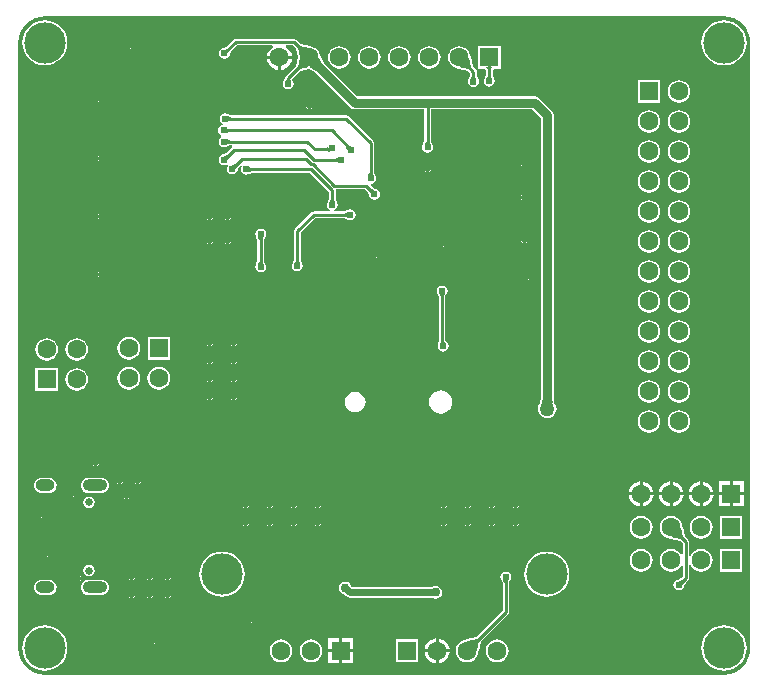
<source format=gbl>
G04 Layer_Physical_Order=2*
G04 Layer_Color=16711680*
%FSLAX25Y25*%
%MOIN*%
G70*
G01*
G75*
%ADD28C,0.01000*%
%ADD30C,0.02300*%
%ADD31C,0.03000*%
%ADD39C,0.06299*%
%ADD40R,0.06299X0.06299*%
%ADD41C,0.13780*%
%ADD42R,0.06299X0.06299*%
%ADD43C,0.02598*%
%ADD44O,0.08268X0.03937*%
%ADD45O,0.06299X0.03937*%
%ADD46C,0.02400*%
%ADD47C,0.03000*%
%ADD48C,0.05000*%
G36*
X533221Y392530D02*
X534879Y392027D01*
X536408Y391210D01*
X537748Y390110D01*
X538847Y388770D01*
X539664Y387242D01*
X540168Y385583D01*
X540334Y383899D01*
X540325Y383858D01*
Y182087D01*
X540334Y182046D01*
X540168Y180362D01*
X539664Y178703D01*
X538847Y177175D01*
X537748Y175835D01*
X536408Y174735D01*
X534879Y173918D01*
X533221Y173415D01*
X531536Y173249D01*
X531496Y173257D01*
X305118D01*
X305078Y173249D01*
X303393Y173415D01*
X301735Y173918D01*
X300206Y174735D01*
X298866Y175835D01*
X297767Y177175D01*
X296950Y178703D01*
X296447Y180362D01*
X296281Y182046D01*
X296289Y182087D01*
Y383858D01*
X296281Y383899D01*
X296447Y385583D01*
X296950Y387242D01*
X297767Y388770D01*
X298866Y390110D01*
X300206Y391210D01*
X301735Y392027D01*
X303393Y392530D01*
X305078Y392696D01*
X305118Y392688D01*
X531496D01*
X531536Y392696D01*
X533221Y392530D01*
D02*
G37*
%LPC*%
G36*
X461500Y229500D02*
X460891D01*
X461135Y229135D01*
X461500Y228891D01*
Y229500D01*
D02*
G37*
G36*
X455109D02*
X454500D01*
Y228891D01*
X454865Y229135D01*
X455109Y229500D01*
D02*
G37*
G36*
X463109D02*
X462500D01*
Y228891D01*
X462865Y229135D01*
X463109Y229500D01*
D02*
G37*
G36*
X538050Y233000D02*
X534400D01*
Y229350D01*
X538050D01*
Y233000D01*
D02*
G37*
G36*
X533400D02*
X529750D01*
Y229350D01*
X533400D01*
Y233000D01*
D02*
G37*
G36*
X453500Y229500D02*
X452891D01*
X453135Y229135D01*
X453500Y228891D01*
Y229500D01*
D02*
G37*
G36*
X437500D02*
X436891D01*
X437135Y229135D01*
X437500Y228891D01*
Y229500D01*
D02*
G37*
G36*
X397109D02*
X396500D01*
Y228891D01*
X396865Y229135D01*
X397109Y229500D01*
D02*
G37*
G36*
X439109D02*
X438500D01*
Y228891D01*
X438865Y229135D01*
X439109Y229500D01*
D02*
G37*
G36*
X447109D02*
X446500D01*
Y228891D01*
X446865Y229135D01*
X447109Y229500D01*
D02*
G37*
G36*
X445500D02*
X444891D01*
X445135Y229135D01*
X445500Y228891D01*
Y229500D01*
D02*
G37*
G36*
X372500Y231109D02*
Y230500D01*
X373109D01*
X372865Y230865D01*
X372500Y231109D01*
D02*
G37*
G36*
X371500D02*
X371135Y230865D01*
X370891Y230500D01*
X371500D01*
Y231109D01*
D02*
G37*
G36*
X379500D02*
X379135Y230865D01*
X378891Y230500D01*
X379500D01*
Y231109D01*
D02*
G37*
G36*
X387500D02*
X387135Y230865D01*
X386891Y230500D01*
X387500D01*
Y231109D01*
D02*
G37*
G36*
X380500D02*
Y230500D01*
X381109D01*
X380865Y230865D01*
X380500Y231109D01*
D02*
G37*
G36*
X528020Y233000D02*
X524400D01*
Y229380D01*
X524983Y229457D01*
X525993Y229875D01*
X526860Y230540D01*
X527525Y231407D01*
X527943Y232417D01*
X528020Y233000D01*
D02*
G37*
G36*
X513400D02*
X509780D01*
X509857Y232417D01*
X510275Y231407D01*
X510941Y230540D01*
X511807Y229875D01*
X512817Y229457D01*
X513400Y229380D01*
Y233000D01*
D02*
G37*
G36*
X503400D02*
X499780D01*
X499857Y232417D01*
X500275Y231407D01*
X500941Y230540D01*
X501807Y229875D01*
X502817Y229457D01*
X503400Y229380D01*
Y233000D01*
D02*
G37*
G36*
X523400D02*
X519780D01*
X519857Y232417D01*
X520275Y231407D01*
X520940Y230540D01*
X521807Y229875D01*
X522817Y229457D01*
X523400Y229380D01*
Y233000D01*
D02*
G37*
G36*
X518020D02*
X514400D01*
Y229380D01*
X514983Y229457D01*
X515993Y229875D01*
X516859Y230540D01*
X517525Y231407D01*
X517943Y232417D01*
X518020Y233000D01*
D02*
G37*
G36*
X508020D02*
X504400D01*
Y229380D01*
X504983Y229457D01*
X505993Y229875D01*
X506859Y230540D01*
X507525Y231407D01*
X507943Y232417D01*
X508020Y233000D01*
D02*
G37*
G36*
X454500Y225109D02*
Y224500D01*
X455109D01*
X454865Y224865D01*
X454500Y225109D01*
D02*
G37*
G36*
X453500D02*
X453135Y224865D01*
X452891Y224500D01*
X453500D01*
Y225109D01*
D02*
G37*
G36*
X461500D02*
X461135Y224865D01*
X460891Y224500D01*
X461500D01*
Y225109D01*
D02*
G37*
G36*
X304600Y225700D02*
X303991D01*
X304235Y225335D01*
X304600Y225091D01*
Y225700D01*
D02*
G37*
G36*
X462500Y225109D02*
Y224500D01*
X463109D01*
X462865Y224865D01*
X462500Y225109D01*
D02*
G37*
G36*
X446500D02*
Y224500D01*
X447109D01*
X446865Y224865D01*
X446500Y225109D01*
D02*
G37*
G36*
X396500D02*
Y224500D01*
X397109D01*
X396865Y224865D01*
X396500Y225109D01*
D02*
G37*
G36*
X395500D02*
X395135Y224865D01*
X394891Y224500D01*
X395500D01*
Y225109D01*
D02*
G37*
G36*
X437500D02*
X437135Y224865D01*
X436891Y224500D01*
X437500D01*
Y225109D01*
D02*
G37*
G36*
X445500D02*
X445135Y224865D01*
X444891Y224500D01*
X445500D01*
Y225109D01*
D02*
G37*
G36*
X438500D02*
Y224500D01*
X439109D01*
X438865Y224865D01*
X438500Y225109D01*
D02*
G37*
G36*
X381109Y229500D02*
X380500D01*
Y228891D01*
X380865Y229135D01*
X381109Y229500D01*
D02*
G37*
G36*
X379500D02*
X378891D01*
X379135Y229135D01*
X379500Y228891D01*
Y229500D01*
D02*
G37*
G36*
X387500D02*
X386891D01*
X387135Y229135D01*
X387500Y228891D01*
Y229500D01*
D02*
G37*
G36*
X395500D02*
X394891D01*
X395135Y229135D01*
X395500Y228891D01*
Y229500D01*
D02*
G37*
G36*
X389109D02*
X388500D01*
Y228891D01*
X388865Y229135D01*
X389109Y229500D01*
D02*
G37*
G36*
X373109D02*
X372500D01*
Y228891D01*
X372865Y229135D01*
X373109Y229500D01*
D02*
G37*
G36*
X304600Y227309D02*
X304235Y227065D01*
X303991Y226700D01*
X304600D01*
Y227309D01*
D02*
G37*
G36*
X306209Y225700D02*
X305600D01*
Y225091D01*
X305965Y225335D01*
X306209Y225700D01*
D02*
G37*
G36*
X305600Y227309D02*
Y226700D01*
X306209D01*
X305965Y227065D01*
X305600Y227309D01*
D02*
G37*
G36*
X371500Y229500D02*
X370891D01*
X371135Y229135D01*
X371500Y228891D01*
Y229500D01*
D02*
G37*
G36*
X319800Y232592D02*
X319059Y232445D01*
X318431Y232025D01*
X318011Y231397D01*
X317864Y230656D01*
X318011Y229915D01*
X318431Y229287D01*
X319059Y228867D01*
X319800Y228719D01*
X320541Y228867D01*
X321169Y229287D01*
X321589Y229915D01*
X321736Y230656D01*
X321589Y231397D01*
X321169Y232025D01*
X320541Y232445D01*
X319800Y232592D01*
D02*
G37*
G36*
X329500Y237500D02*
X328891D01*
X329135Y237135D01*
X329500Y236891D01*
Y237500D01*
D02*
G37*
G36*
X538050Y237650D02*
X534400D01*
Y234000D01*
X538050D01*
Y237650D01*
D02*
G37*
G36*
X331109Y237500D02*
X330500D01*
Y236891D01*
X330865Y237135D01*
X331109Y237500D01*
D02*
G37*
G36*
X337109D02*
X336500D01*
Y236891D01*
X336865Y237135D01*
X337109Y237500D01*
D02*
G37*
G36*
X335500D02*
X334891D01*
X335135Y237135D01*
X335500Y236891D01*
Y237500D01*
D02*
G37*
G36*
X524400Y237620D02*
Y234000D01*
X528020D01*
X527943Y234583D01*
X527525Y235593D01*
X526860Y236459D01*
X525993Y237125D01*
X524983Y237543D01*
X524400Y237620D01*
D02*
G37*
G36*
X503400Y237620D02*
X502817Y237543D01*
X501807Y237125D01*
X500941Y236459D01*
X500275Y235593D01*
X499857Y234583D01*
X499780Y234000D01*
X503400D01*
Y237620D01*
D02*
G37*
G36*
X513400D02*
X512817Y237543D01*
X511807Y237125D01*
X510941Y236459D01*
X510275Y235593D01*
X509857Y234583D01*
X509780Y234000D01*
X513400D01*
Y237620D01*
D02*
G37*
G36*
X523400D02*
X522817Y237543D01*
X521807Y237125D01*
X520940Y236459D01*
X520275Y235593D01*
X519857Y234583D01*
X519780Y234000D01*
X523400D01*
Y237620D01*
D02*
G37*
G36*
X504400Y237620D02*
Y234000D01*
X508020D01*
X507943Y234583D01*
X507525Y235593D01*
X506859Y236459D01*
X505993Y237125D01*
X504983Y237543D01*
X504400Y237620D01*
D02*
G37*
G36*
X514400D02*
Y234000D01*
X518020D01*
X517943Y234583D01*
X517525Y235593D01*
X516859Y236459D01*
X515993Y237125D01*
X514983Y237543D01*
X514400Y237620D01*
D02*
G37*
G36*
X322500Y245109D02*
Y244500D01*
X323109D01*
X322865Y244865D01*
X322500Y245109D01*
D02*
G37*
G36*
X321500D02*
X321135Y244865D01*
X320891Y244500D01*
X321500D01*
Y245109D01*
D02*
G37*
G36*
X506500Y261382D02*
X505521Y261253D01*
X504609Y260875D01*
X503826Y260274D01*
X503225Y259491D01*
X502847Y258579D01*
X502718Y257600D01*
X502847Y256621D01*
X503225Y255709D01*
X503826Y254926D01*
X504609Y254325D01*
X505521Y253947D01*
X506500Y253818D01*
X507479Y253947D01*
X508391Y254325D01*
X509174Y254926D01*
X509775Y255709D01*
X510153Y256621D01*
X510282Y257600D01*
X510153Y258579D01*
X509775Y259491D01*
X509174Y260274D01*
X508391Y260875D01*
X507479Y261253D01*
X506500Y261382D01*
D02*
G37*
G36*
X437064Y267989D02*
X436057Y267857D01*
X435119Y267468D01*
X434314Y266850D01*
X433696Y266045D01*
X433307Y265107D01*
X433175Y264100D01*
X433307Y263093D01*
X433696Y262155D01*
X434314Y261350D01*
X435119Y260732D01*
X436057Y260343D01*
X437064Y260211D01*
X438070Y260343D01*
X439008Y260732D01*
X439814Y261350D01*
X440432Y262155D01*
X440820Y263093D01*
X440953Y264100D01*
X440820Y265107D01*
X440432Y266045D01*
X439814Y266850D01*
X439008Y267468D01*
X438070Y267857D01*
X437064Y267989D01*
D02*
G37*
G36*
X516500Y261382D02*
X515521Y261253D01*
X514609Y260875D01*
X513826Y260274D01*
X513225Y259491D01*
X512847Y258579D01*
X512718Y257600D01*
X512847Y256621D01*
X513225Y255709D01*
X513826Y254926D01*
X514609Y254325D01*
X515521Y253947D01*
X516500Y253818D01*
X517479Y253947D01*
X518391Y254325D01*
X519174Y254926D01*
X519775Y255709D01*
X520153Y256621D01*
X520282Y257600D01*
X520153Y258579D01*
X519775Y259491D01*
X519174Y260274D01*
X518391Y260875D01*
X517479Y261253D01*
X516500Y261382D01*
D02*
G37*
G36*
X323109Y243500D02*
X322500D01*
Y242891D01*
X322865Y243135D01*
X323109Y243500D01*
D02*
G37*
G36*
X330500Y239109D02*
Y238500D01*
X331109D01*
X330865Y238865D01*
X330500Y239109D01*
D02*
G37*
G36*
X329500D02*
X329135Y238865D01*
X328891Y238500D01*
X329500D01*
Y239109D01*
D02*
G37*
G36*
X335500D02*
X335135Y238865D01*
X334891Y238500D01*
X335500D01*
Y239109D01*
D02*
G37*
G36*
X321500Y243500D02*
X320891D01*
X321135Y243135D01*
X321500Y242891D01*
Y243500D01*
D02*
G37*
G36*
X336500Y239109D02*
Y238500D01*
X337109D01*
X336865Y238865D01*
X336500Y239109D01*
D02*
G37*
G36*
X453500Y231109D02*
X453135Y230865D01*
X452891Y230500D01*
X453500D01*
Y231109D01*
D02*
G37*
G36*
X446500D02*
Y230500D01*
X447109D01*
X446865Y230865D01*
X446500Y231109D01*
D02*
G37*
G36*
X454500D02*
Y230500D01*
X455109D01*
X454865Y230865D01*
X454500Y231109D01*
D02*
G37*
G36*
X462500D02*
Y230500D01*
X463109D01*
X462865Y230865D01*
X462500Y231109D01*
D02*
G37*
G36*
X461500D02*
X461135Y230865D01*
X460891Y230500D01*
X461500D01*
Y231109D01*
D02*
G37*
G36*
X445500D02*
X445135Y230865D01*
X444891Y230500D01*
X445500D01*
Y231109D01*
D02*
G37*
G36*
X395500D02*
X395135Y230865D01*
X394891Y230500D01*
X395500D01*
Y231109D01*
D02*
G37*
G36*
X388500D02*
Y230500D01*
X389109D01*
X388865Y230865D01*
X388500Y231109D01*
D02*
G37*
G36*
X396500D02*
Y230500D01*
X397109D01*
X396865Y230865D01*
X396500Y231109D01*
D02*
G37*
G36*
X438500D02*
Y230500D01*
X439109D01*
X438865Y230865D01*
X438500Y231109D01*
D02*
G37*
G36*
X437500D02*
X437135Y230865D01*
X436891Y230500D01*
X437500D01*
Y231109D01*
D02*
G37*
G36*
X316200Y234209D02*
Y233600D01*
X316809D01*
X316565Y233965D01*
X316200Y234209D01*
D02*
G37*
G36*
X315200D02*
X314835Y233965D01*
X314591Y233600D01*
X315200D01*
Y234209D01*
D02*
G37*
G36*
X306493Y238877D02*
X304131D01*
X303460Y238788D01*
X302835Y238529D01*
X302299Y238118D01*
X301887Y237581D01*
X301628Y236956D01*
X301540Y236286D01*
X301628Y235615D01*
X301887Y234991D01*
X302299Y234454D01*
X302835Y234042D01*
X303460Y233783D01*
X304131Y233695D01*
X306493D01*
X307163Y233783D01*
X307788Y234042D01*
X308325Y234454D01*
X308736Y234991D01*
X308995Y235615D01*
X309084Y236286D01*
X308995Y236956D01*
X308736Y237581D01*
X308325Y238118D01*
X307788Y238529D01*
X307163Y238788D01*
X306493Y238877D01*
D02*
G37*
G36*
X533400Y237650D02*
X529750D01*
Y234000D01*
X533400D01*
Y237650D01*
D02*
G37*
G36*
X323934Y238877D02*
X319603D01*
X318933Y238788D01*
X318308Y238529D01*
X317771Y238118D01*
X317360Y237581D01*
X317101Y236956D01*
X317013Y236286D01*
X317101Y235615D01*
X317360Y234991D01*
X317771Y234454D01*
X318308Y234042D01*
X318933Y233783D01*
X319603Y233695D01*
X323934D01*
X324604Y233783D01*
X325229Y234042D01*
X325766Y234454D01*
X326177Y234991D01*
X326436Y235615D01*
X326524Y236286D01*
X326436Y236956D01*
X326177Y237581D01*
X325766Y238118D01*
X325229Y238529D01*
X324604Y238788D01*
X323934Y238877D01*
D02*
G37*
G36*
X333000Y234109D02*
Y233500D01*
X333609D01*
X333365Y233865D01*
X333000Y234109D01*
D02*
G37*
G36*
X333609Y232500D02*
X333000D01*
Y231891D01*
X333365Y232135D01*
X333609Y232500D01*
D02*
G37*
G36*
X332000D02*
X331391D01*
X331635Y232135D01*
X332000Y231891D01*
Y232500D01*
D02*
G37*
G36*
X315200Y232600D02*
X314591D01*
X314835Y232235D01*
X315200Y231991D01*
Y232600D01*
D02*
G37*
G36*
X332000Y234109D02*
X331635Y233865D01*
X331391Y233500D01*
X332000D01*
Y234109D01*
D02*
G37*
G36*
X316809Y232600D02*
X316200D01*
Y231991D01*
X316565Y232235D01*
X316809Y232600D01*
D02*
G37*
G36*
X388500Y225109D02*
Y224500D01*
X389109D01*
X388865Y224865D01*
X388500Y225109D01*
D02*
G37*
G36*
X347109Y199500D02*
X346500D01*
Y198891D01*
X346865Y199135D01*
X347109Y199500D01*
D02*
G37*
G36*
X345500D02*
X344891D01*
X345135Y199135D01*
X345500Y198891D01*
Y199500D01*
D02*
G37*
G36*
X364173Y214219D02*
X362705Y214074D01*
X361293Y213646D01*
X359992Y212951D01*
X358852Y212015D01*
X357916Y210874D01*
X357220Y209573D01*
X356792Y208161D01*
X356647Y206693D01*
X356792Y205225D01*
X357220Y203813D01*
X357916Y202512D01*
X358852Y201371D01*
X359992Y200435D01*
X361293Y199740D01*
X362705Y199311D01*
X364173Y199167D01*
X365641Y199311D01*
X367053Y199740D01*
X368354Y200435D01*
X369495Y201371D01*
X370431Y202512D01*
X371126Y203813D01*
X371555Y205225D01*
X371699Y206693D01*
X371555Y208161D01*
X371126Y209573D01*
X370431Y210874D01*
X369495Y212015D01*
X368354Y212951D01*
X367053Y213646D01*
X365641Y214074D01*
X364173Y214219D01*
D02*
G37*
G36*
X306493Y204861D02*
X304131D01*
X303460Y204772D01*
X302835Y204514D01*
X302299Y204102D01*
X301887Y203565D01*
X301628Y202941D01*
X301540Y202270D01*
X301628Y201600D01*
X301887Y200975D01*
X302299Y200438D01*
X302835Y200026D01*
X303460Y199768D01*
X304131Y199679D01*
X306493D01*
X307163Y199768D01*
X307788Y200026D01*
X308325Y200438D01*
X308736Y200975D01*
X308995Y201600D01*
X309084Y202270D01*
X308995Y202941D01*
X308736Y203565D01*
X308325Y204102D01*
X307788Y204514D01*
X307163Y204772D01*
X306493Y204861D01*
D02*
G37*
G36*
X472441Y214219D02*
X470973Y214074D01*
X469561Y213646D01*
X468260Y212951D01*
X467119Y212015D01*
X466183Y210874D01*
X465488Y209573D01*
X465060Y208161D01*
X464915Y206693D01*
X465060Y205225D01*
X465488Y203813D01*
X466183Y202512D01*
X467119Y201371D01*
X468260Y200435D01*
X469561Y199740D01*
X470973Y199311D01*
X472441Y199167D01*
X473909Y199311D01*
X475321Y199740D01*
X476622Y200435D01*
X477763Y201371D01*
X478699Y202512D01*
X479394Y203813D01*
X479822Y205225D01*
X479967Y206693D01*
X479822Y208161D01*
X479394Y209573D01*
X478699Y210874D01*
X477763Y212015D01*
X476622Y212951D01*
X475321Y213646D01*
X473909Y214074D01*
X472441Y214219D01*
D02*
G37*
G36*
X341109Y199500D02*
X340500D01*
Y198891D01*
X340865Y199135D01*
X341109Y199500D01*
D02*
G37*
G36*
X405313Y204228D02*
X404493Y204066D01*
X403799Y203601D01*
X403334Y202907D01*
X403171Y202087D01*
X403334Y201268D01*
X403799Y200573D01*
X404493Y200109D01*
X404836Y200041D01*
X405438Y199438D01*
X406017Y199051D01*
X406700Y198916D01*
X406700Y198916D01*
X434291D01*
X434581Y198722D01*
X435400Y198559D01*
X436219Y198722D01*
X436914Y199186D01*
X437378Y199881D01*
X437541Y200700D01*
X437378Y201519D01*
X436914Y202214D01*
X436219Y202678D01*
X435400Y202841D01*
X434581Y202678D01*
X434291Y202484D01*
X407439D01*
X407359Y202565D01*
X407291Y202907D01*
X406827Y203601D01*
X406132Y204066D01*
X405313Y204228D01*
D02*
G37*
G36*
X374000Y190609D02*
Y190000D01*
X374609D01*
X374365Y190365D01*
X374000Y190609D01*
D02*
G37*
G36*
X333500Y199500D02*
X332891D01*
X333135Y199135D01*
X333500Y198891D01*
Y199500D01*
D02*
G37*
G36*
X339500D02*
X338891D01*
X339135Y199135D01*
X339500Y198891D01*
Y199500D01*
D02*
G37*
G36*
X335109D02*
X334500D01*
Y198891D01*
X334865Y199135D01*
X335109Y199500D01*
D02*
G37*
G36*
X315500Y204900D02*
X314891D01*
X315135Y204535D01*
X315500Y204291D01*
Y204900D01*
D02*
G37*
G36*
X346500Y201109D02*
Y200500D01*
X347109D01*
X346865Y200865D01*
X346500Y201109D01*
D02*
G37*
G36*
X317109Y204900D02*
X316500D01*
Y204291D01*
X316865Y204535D01*
X317109Y204900D01*
D02*
G37*
G36*
X335109Y205500D02*
X334500D01*
Y204891D01*
X334865Y205135D01*
X335109Y205500D01*
D02*
G37*
G36*
X333500D02*
X332891D01*
X333135Y205135D01*
X333500Y204891D01*
Y205500D01*
D02*
G37*
G36*
X345500Y201109D02*
X345135Y200865D01*
X344891Y200500D01*
X345500D01*
Y201109D01*
D02*
G37*
G36*
X333500D02*
X333135Y200865D01*
X332891Y200500D01*
X333500D01*
Y201109D01*
D02*
G37*
G36*
X323934Y204861D02*
X319603D01*
X318933Y204772D01*
X318308Y204514D01*
X317771Y204102D01*
X317360Y203565D01*
X317101Y202941D01*
X317013Y202270D01*
X317101Y201600D01*
X317360Y200975D01*
X317771Y200438D01*
X318308Y200026D01*
X318933Y199768D01*
X319603Y199679D01*
X323934D01*
X324604Y199768D01*
X325229Y200026D01*
X325766Y200438D01*
X326177Y200975D01*
X326436Y201600D01*
X326524Y202270D01*
X326436Y202941D01*
X326177Y203565D01*
X325766Y204102D01*
X325229Y204514D01*
X324604Y204772D01*
X323934Y204861D01*
D02*
G37*
G36*
X334500Y201109D02*
Y200500D01*
X335109D01*
X334865Y200865D01*
X334500Y201109D01*
D02*
G37*
G36*
X340500D02*
Y200500D01*
X341109D01*
X340865Y200865D01*
X340500Y201109D01*
D02*
G37*
G36*
X339500D02*
X339135Y200865D01*
X338891Y200500D01*
X339500D01*
Y201109D01*
D02*
G37*
G36*
X393800Y184982D02*
X392821Y184853D01*
X391909Y184475D01*
X391126Y183874D01*
X390525Y183091D01*
X390147Y182179D01*
X390018Y181200D01*
X390147Y180221D01*
X390525Y179309D01*
X391126Y178526D01*
X391909Y177925D01*
X392821Y177547D01*
X393800Y177418D01*
X394779Y177547D01*
X395691Y177925D01*
X396474Y178526D01*
X397075Y179309D01*
X397453Y180221D01*
X397582Y181200D01*
X397453Y182179D01*
X397075Y183091D01*
X396474Y183874D01*
X395691Y184475D01*
X394779Y184853D01*
X393800Y184982D01*
D02*
G37*
G36*
X383800D02*
X382821Y184853D01*
X381909Y184475D01*
X381126Y183874D01*
X380525Y183091D01*
X380147Y182179D01*
X380018Y181200D01*
X380147Y180221D01*
X380525Y179309D01*
X381126Y178526D01*
X381909Y177925D01*
X382821Y177547D01*
X383800Y177418D01*
X384779Y177547D01*
X385691Y177925D01*
X386474Y178526D01*
X387075Y179309D01*
X387453Y180221D01*
X387582Y181200D01*
X387453Y182179D01*
X387075Y183091D01*
X386474Y183874D01*
X385691Y184475D01*
X384779Y184853D01*
X383800Y184982D01*
D02*
G37*
G36*
X458800Y207535D02*
X458098Y207396D01*
X457502Y206998D01*
X457104Y206402D01*
X456965Y205700D01*
X457104Y204998D01*
X457349Y204632D01*
X457348Y204625D01*
X457678Y203699D01*
Y194565D01*
X448805Y185691D01*
X445783Y184982D01*
X445757Y184963D01*
X444921Y184853D01*
X444009Y184475D01*
X443226Y183874D01*
X442625Y183091D01*
X442247Y182179D01*
X442118Y181200D01*
X442247Y180221D01*
X442625Y179309D01*
X443226Y178526D01*
X444009Y177925D01*
X444921Y177547D01*
X445900Y177418D01*
X446879Y177547D01*
X447791Y177925D01*
X448574Y178526D01*
X449175Y179309D01*
X449553Y180221D01*
X449663Y181057D01*
X449682Y181083D01*
X450391Y184105D01*
X459593Y193307D01*
X459593Y193307D01*
X459836Y193671D01*
X459922Y194100D01*
X459922Y194100D01*
Y203699D01*
X460252Y204625D01*
X460251Y204632D01*
X460496Y204998D01*
X460635Y205700D01*
X460496Y206402D01*
X460098Y206998D01*
X459502Y207396D01*
X458800Y207535D01*
D02*
G37*
G36*
X429650Y184950D02*
X422150D01*
Y177450D01*
X429650D01*
Y184950D01*
D02*
G37*
G36*
X455900Y184982D02*
X454921Y184853D01*
X454009Y184475D01*
X453226Y183874D01*
X452625Y183091D01*
X452247Y182179D01*
X452118Y181200D01*
X452247Y180221D01*
X452625Y179309D01*
X453226Y178526D01*
X454009Y177925D01*
X454921Y177547D01*
X455900Y177418D01*
X456879Y177547D01*
X457791Y177925D01*
X458574Y178526D01*
X459175Y179309D01*
X459553Y180221D01*
X459682Y181200D01*
X459553Y182179D01*
X459175Y183091D01*
X458574Y183874D01*
X457791Y184475D01*
X456879Y184853D01*
X455900Y184982D01*
D02*
G37*
G36*
X440020Y180700D02*
X436400D01*
Y177080D01*
X436983Y177157D01*
X437993Y177575D01*
X438860Y178241D01*
X439525Y179107D01*
X439943Y180117D01*
X440020Y180700D01*
D02*
G37*
G36*
X531496Y189613D02*
X530028Y189468D01*
X528616Y189040D01*
X527315Y188344D01*
X526174Y187408D01*
X525238Y186268D01*
X524543Y184967D01*
X524115Y183555D01*
X523970Y182087D01*
X524115Y180618D01*
X524543Y179207D01*
X525238Y177905D01*
X526174Y176765D01*
X527315Y175829D01*
X528616Y175134D01*
X530028Y174705D01*
X531496Y174561D01*
X532964Y174705D01*
X534376Y175134D01*
X535677Y175829D01*
X536818Y176765D01*
X537754Y177905D01*
X538449Y179207D01*
X538877Y180618D01*
X539022Y182087D01*
X538877Y183555D01*
X538449Y184967D01*
X537754Y186268D01*
X536818Y187408D01*
X535677Y188344D01*
X534376Y189040D01*
X532964Y189468D01*
X531496Y189613D01*
D02*
G37*
G36*
X305118D02*
X303650Y189468D01*
X302238Y189040D01*
X300937Y188344D01*
X299796Y187408D01*
X298861Y186268D01*
X298165Y184967D01*
X297737Y183555D01*
X297592Y182087D01*
X297737Y180618D01*
X298165Y179207D01*
X298861Y177905D01*
X299796Y176765D01*
X300937Y175829D01*
X302238Y175134D01*
X303650Y174705D01*
X305118Y174561D01*
X306586Y174705D01*
X307998Y175134D01*
X309299Y175829D01*
X310440Y176765D01*
X311376Y177905D01*
X312071Y179207D01*
X312499Y180618D01*
X312644Y182087D01*
X312499Y183555D01*
X312071Y184967D01*
X311376Y186268D01*
X310440Y187408D01*
X309299Y188344D01*
X307998Y189040D01*
X306586Y189468D01*
X305118Y189613D01*
D02*
G37*
G36*
X403300Y180700D02*
X399650D01*
Y177050D01*
X403300D01*
Y180700D01*
D02*
G37*
G36*
X435400Y180700D02*
X431780D01*
X431857Y180117D01*
X432275Y179107D01*
X432940Y178241D01*
X433807Y177575D01*
X434817Y177157D01*
X435400Y177080D01*
Y180700D01*
D02*
G37*
G36*
X407950Y180700D02*
X404300D01*
Y177050D01*
X407950D01*
Y180700D01*
D02*
G37*
G36*
X341100Y185309D02*
Y184700D01*
X341709D01*
X341465Y185065D01*
X341100Y185309D01*
D02*
G37*
G36*
X340100D02*
X339735Y185065D01*
X339491Y184700D01*
X340100D01*
Y185309D01*
D02*
G37*
G36*
X373000Y189000D02*
X372391D01*
X372635Y188635D01*
X373000Y188391D01*
Y189000D01*
D02*
G37*
G36*
Y190609D02*
X372635Y190365D01*
X372391Y190000D01*
X373000D01*
Y190609D01*
D02*
G37*
G36*
X374609Y189000D02*
X374000D01*
Y188391D01*
X374365Y188635D01*
X374609Y189000D01*
D02*
G37*
G36*
X341709Y183700D02*
X341100D01*
Y183091D01*
X341465Y183335D01*
X341709Y183700D01*
D02*
G37*
G36*
X407950Y185350D02*
X404300D01*
Y181700D01*
X407950D01*
Y185350D01*
D02*
G37*
G36*
X403300D02*
X399650D01*
Y181700D01*
X403300D01*
Y185350D01*
D02*
G37*
G36*
X435400Y185320D02*
X434817Y185243D01*
X433807Y184825D01*
X432940Y184160D01*
X432275Y183293D01*
X431857Y182283D01*
X431780Y181700D01*
X435400D01*
Y185320D01*
D02*
G37*
G36*
X340100Y183700D02*
X339491D01*
X339735Y183335D01*
X340100Y183091D01*
Y183700D01*
D02*
G37*
G36*
X436400Y185320D02*
Y181700D01*
X440020D01*
X439943Y182283D01*
X439525Y183293D01*
X438860Y184160D01*
X437993Y184825D01*
X436983Y185243D01*
X436400Y185320D01*
D02*
G37*
G36*
X395500Y223500D02*
X394891D01*
X395135Y223135D01*
X395500Y222891D01*
Y223500D01*
D02*
G37*
G36*
X389109D02*
X388500D01*
Y222891D01*
X388865Y223135D01*
X389109Y223500D01*
D02*
G37*
G36*
X397109D02*
X396500D01*
Y222891D01*
X396865Y223135D01*
X397109Y223500D01*
D02*
G37*
G36*
X439109D02*
X438500D01*
Y222891D01*
X438865Y223135D01*
X439109Y223500D01*
D02*
G37*
G36*
X437500D02*
X436891D01*
X437135Y223135D01*
X437500Y222891D01*
Y223500D01*
D02*
G37*
G36*
X387500D02*
X386891D01*
X387135Y223135D01*
X387500Y222891D01*
Y223500D01*
D02*
G37*
G36*
X371500D02*
X370891D01*
X371135Y223135D01*
X371500Y222891D01*
Y223500D01*
D02*
G37*
G36*
X537650Y226050D02*
X530150D01*
Y218550D01*
X537650D01*
Y226050D01*
D02*
G37*
G36*
X373109Y223500D02*
X372500D01*
Y222891D01*
X372865Y223135D01*
X373109Y223500D01*
D02*
G37*
G36*
X381109D02*
X380500D01*
Y222891D01*
X380865Y223135D01*
X381109Y223500D01*
D02*
G37*
G36*
X379500D02*
X378891D01*
X379135Y223135D01*
X379500Y222891D01*
Y223500D01*
D02*
G37*
G36*
X372500Y225109D02*
Y224500D01*
X373109D01*
X372865Y224865D01*
X372500Y225109D01*
D02*
G37*
G36*
X371500D02*
X371135Y224865D01*
X370891Y224500D01*
X371500D01*
Y225109D01*
D02*
G37*
G36*
X379500D02*
X379135Y224865D01*
X378891Y224500D01*
X379500D01*
Y225109D01*
D02*
G37*
G36*
X387500D02*
X387135Y224865D01*
X386891Y224500D01*
X387500D01*
Y225109D01*
D02*
G37*
G36*
X380500D02*
Y224500D01*
X381109D01*
X380865Y224865D01*
X380500Y225109D01*
D02*
G37*
G36*
X463109Y223500D02*
X462500D01*
Y222891D01*
X462865Y223135D01*
X463109Y223500D01*
D02*
G37*
G36*
X447109D02*
X446500D01*
Y222891D01*
X446865Y223135D01*
X447109Y223500D01*
D02*
G37*
G36*
X445500D02*
X444891D01*
X445135Y223135D01*
X445500Y222891D01*
Y223500D01*
D02*
G37*
G36*
X453500D02*
X452891D01*
X453135Y223135D01*
X453500Y222891D01*
Y223500D01*
D02*
G37*
G36*
X461500D02*
X460891D01*
X461135Y223135D01*
X461500Y222891D01*
Y223500D01*
D02*
G37*
G36*
X455109D02*
X454500D01*
Y222891D01*
X454865Y223135D01*
X455109Y223500D01*
D02*
G37*
G36*
X333500Y207109D02*
X333135Y206865D01*
X332891Y206500D01*
X333500D01*
Y207109D01*
D02*
G37*
G36*
X319800Y209836D02*
X319059Y209689D01*
X318431Y209269D01*
X318011Y208641D01*
X317864Y207900D01*
X318011Y207159D01*
X318431Y206531D01*
X319059Y206111D01*
X319800Y205964D01*
X320541Y206111D01*
X321169Y206531D01*
X321589Y207159D01*
X321736Y207900D01*
X321589Y208641D01*
X321169Y209269D01*
X320541Y209689D01*
X319800Y209836D01*
D02*
G37*
G36*
X334500Y207109D02*
Y206500D01*
X335109D01*
X334865Y206865D01*
X334500Y207109D01*
D02*
G37*
G36*
X340500D02*
Y206500D01*
X341109D01*
X340865Y206865D01*
X340500Y207109D01*
D02*
G37*
G36*
X339500D02*
X339135Y206865D01*
X338891Y206500D01*
X339500D01*
Y207109D01*
D02*
G37*
G36*
X316500Y206509D02*
Y205900D01*
X317109D01*
X316865Y206265D01*
X316500Y206509D01*
D02*
G37*
G36*
X341109Y205500D02*
X340500D01*
Y204891D01*
X340865Y205135D01*
X341109Y205500D01*
D02*
G37*
G36*
X339500D02*
X338891D01*
X339135Y205135D01*
X339500Y204891D01*
Y205500D01*
D02*
G37*
G36*
X345500D02*
X344891D01*
X345135Y205135D01*
X345500Y204891D01*
Y205500D01*
D02*
G37*
G36*
X315500Y206509D02*
X315135Y206265D01*
X314891Y205900D01*
X315500D01*
Y206509D01*
D02*
G37*
G36*
X347109Y205500D02*
X346500D01*
Y204891D01*
X346865Y205135D01*
X347109Y205500D01*
D02*
G37*
G36*
X304500Y214309D02*
X304135Y214065D01*
X303891Y213700D01*
X304500D01*
Y214309D01*
D02*
G37*
G36*
X513900Y226082D02*
X512921Y225953D01*
X512009Y225575D01*
X511226Y224974D01*
X510625Y224191D01*
X510247Y223279D01*
X510118Y222300D01*
X510247Y221321D01*
X510625Y220409D01*
X511226Y219626D01*
X512009Y219025D01*
X512921Y218647D01*
X513757Y218537D01*
X513783Y218518D01*
X516805Y217809D01*
X517678Y216935D01*
Y213283D01*
X517178Y213183D01*
X517175Y213191D01*
X516574Y213974D01*
X515791Y214575D01*
X514879Y214953D01*
X513900Y215082D01*
X512921Y214953D01*
X512009Y214575D01*
X511226Y213974D01*
X510625Y213191D01*
X510247Y212279D01*
X510118Y211300D01*
X510247Y210321D01*
X510625Y209409D01*
X511226Y208626D01*
X512009Y208025D01*
X512921Y207647D01*
X513900Y207518D01*
X514879Y207647D01*
X515791Y208025D01*
X516574Y208626D01*
X517175Y209409D01*
X517178Y209417D01*
X517678Y209317D01*
Y205865D01*
X517122Y205308D01*
X516234Y204887D01*
X516229Y204881D01*
X515798Y204796D01*
X515202Y204398D01*
X514804Y203802D01*
X514665Y203100D01*
X514804Y202398D01*
X515202Y201802D01*
X515798Y201404D01*
X516500Y201265D01*
X517202Y201404D01*
X517798Y201802D01*
X518196Y202398D01*
X518281Y202829D01*
X518287Y202834D01*
X518708Y203722D01*
X519593Y204607D01*
X519593Y204607D01*
X519836Y204971D01*
X519922Y205400D01*
X519922Y205400D01*
Y209800D01*
X520422Y209899D01*
X520625Y209409D01*
X521226Y208626D01*
X522009Y208025D01*
X522921Y207647D01*
X523900Y207518D01*
X524879Y207647D01*
X525791Y208025D01*
X526574Y208626D01*
X527175Y209409D01*
X527553Y210321D01*
X527682Y211300D01*
X527553Y212279D01*
X527175Y213191D01*
X526574Y213974D01*
X525791Y214575D01*
X524879Y214953D01*
X523900Y215082D01*
X522921Y214953D01*
X522009Y214575D01*
X521226Y213974D01*
X520625Y213191D01*
X520422Y212701D01*
X519922Y212800D01*
Y217400D01*
X519922Y217400D01*
X519836Y217829D01*
X519593Y218193D01*
X518391Y219395D01*
X517682Y222417D01*
X517663Y222443D01*
X517553Y223279D01*
X517175Y224191D01*
X516574Y224974D01*
X515791Y225575D01*
X514879Y225953D01*
X513900Y226082D01*
D02*
G37*
G36*
X305500Y214309D02*
Y213700D01*
X306109D01*
X305865Y214065D01*
X305500Y214309D01*
D02*
G37*
G36*
X523900Y226082D02*
X522921Y225953D01*
X522009Y225575D01*
X521226Y224974D01*
X520625Y224191D01*
X520247Y223279D01*
X520118Y222300D01*
X520247Y221321D01*
X520625Y220409D01*
X521226Y219626D01*
X522009Y219025D01*
X522921Y218647D01*
X523900Y218518D01*
X524879Y218647D01*
X525791Y219025D01*
X526574Y219626D01*
X527175Y220409D01*
X527553Y221321D01*
X527682Y222300D01*
X527553Y223279D01*
X527175Y224191D01*
X526574Y224974D01*
X525791Y225575D01*
X524879Y225953D01*
X523900Y226082D01*
D02*
G37*
G36*
X503900D02*
X502921Y225953D01*
X502009Y225575D01*
X501226Y224974D01*
X500625Y224191D01*
X500247Y223279D01*
X500118Y222300D01*
X500247Y221321D01*
X500625Y220409D01*
X501226Y219626D01*
X502009Y219025D01*
X502921Y218647D01*
X503900Y218518D01*
X504879Y218647D01*
X505791Y219025D01*
X506574Y219626D01*
X507175Y220409D01*
X507553Y221321D01*
X507682Y222300D01*
X507553Y223279D01*
X507175Y224191D01*
X506574Y224974D01*
X505791Y225575D01*
X504879Y225953D01*
X503900Y226082D01*
D02*
G37*
G36*
X306109Y212700D02*
X305500D01*
Y212091D01*
X305865Y212335D01*
X306109Y212700D01*
D02*
G37*
G36*
X346500Y207109D02*
Y206500D01*
X347109D01*
X346865Y206865D01*
X346500Y207109D01*
D02*
G37*
G36*
X345500D02*
X345135Y206865D01*
X344891Y206500D01*
X345500D01*
Y207109D01*
D02*
G37*
G36*
X503900Y215082D02*
X502921Y214953D01*
X502009Y214575D01*
X501226Y213974D01*
X500625Y213191D01*
X500247Y212279D01*
X500118Y211300D01*
X500247Y210321D01*
X500625Y209409D01*
X501226Y208626D01*
X502009Y208025D01*
X502921Y207647D01*
X503900Y207518D01*
X504879Y207647D01*
X505791Y208025D01*
X506574Y208626D01*
X507175Y209409D01*
X507553Y210321D01*
X507682Y211300D01*
X507553Y212279D01*
X507175Y213191D01*
X506574Y213974D01*
X505791Y214575D01*
X504879Y214953D01*
X503900Y215082D01*
D02*
G37*
G36*
X304500Y212700D02*
X303891D01*
X304135Y212335D01*
X304500Y212091D01*
Y212700D01*
D02*
G37*
G36*
X537650Y215050D02*
X530150D01*
Y207550D01*
X537650D01*
Y215050D01*
D02*
G37*
G36*
X323536Y327186D02*
X323171Y326941D01*
X322927Y326576D01*
X323536D01*
Y327186D01*
D02*
G37*
G36*
X366500Y327109D02*
Y326500D01*
X367109D01*
X366865Y326865D01*
X366500Y327109D01*
D02*
G37*
G36*
X376400Y328002D02*
X376035Y327758D01*
X375791Y327393D01*
X376400D01*
Y328002D01*
D02*
G37*
G36*
X324536Y327186D02*
Y326576D01*
X325145D01*
X324901Y326941D01*
X324536Y327186D01*
D02*
G37*
G36*
X365500Y327109D02*
X365135Y326865D01*
X364891Y326500D01*
X365500D01*
Y327109D01*
D02*
G37*
G36*
X378009Y326393D02*
X377400D01*
Y325784D01*
X377765Y326028D01*
X378009Y326393D01*
D02*
G37*
G36*
X376400D02*
X375791D01*
X376035Y326028D01*
X376400Y325784D01*
Y326393D01*
D02*
G37*
G36*
X360500Y327109D02*
Y326500D01*
X361109D01*
X360865Y326865D01*
X360500Y327109D01*
D02*
G37*
G36*
X359500D02*
X359135Y326865D01*
X358891Y326500D01*
X359500D01*
Y327109D01*
D02*
G37*
G36*
X377400Y328002D02*
Y327393D01*
X378009D01*
X377765Y327758D01*
X377400Y328002D01*
D02*
G37*
G36*
X516500Y341382D02*
X515521Y341253D01*
X514609Y340875D01*
X513826Y340274D01*
X513225Y339491D01*
X512847Y338579D01*
X512718Y337600D01*
X512847Y336621D01*
X513225Y335709D01*
X513826Y334926D01*
X514609Y334325D01*
X515521Y333947D01*
X516500Y333818D01*
X517479Y333947D01*
X518391Y334325D01*
X519174Y334926D01*
X519775Y335709D01*
X520153Y336621D01*
X520282Y337600D01*
X520153Y338579D01*
X519775Y339491D01*
X519174Y340274D01*
X518391Y340875D01*
X517479Y341253D01*
X516500Y341382D01*
D02*
G37*
G36*
X506500D02*
X505521Y341253D01*
X504609Y340875D01*
X503826Y340274D01*
X503225Y339491D01*
X502847Y338579D01*
X502718Y337600D01*
X502847Y336621D01*
X503225Y335709D01*
X503826Y334926D01*
X504609Y334325D01*
X505521Y333947D01*
X506500Y333818D01*
X507479Y333947D01*
X508391Y334325D01*
X509174Y334926D01*
X509775Y335709D01*
X510153Y336621D01*
X510282Y337600D01*
X510153Y338579D01*
X509775Y339491D01*
X509174Y340274D01*
X508391Y340875D01*
X507479Y341253D01*
X506500Y341382D01*
D02*
G37*
G36*
X433709Y341500D02*
X433100D01*
Y340891D01*
X433465Y341135D01*
X433709Y341500D01*
D02*
G37*
G36*
X432100D02*
X431491D01*
X431735Y341135D01*
X432100Y340891D01*
Y341500D01*
D02*
G37*
G36*
X465547Y333509D02*
Y332900D01*
X466156D01*
X465912Y333265D01*
X465547Y333509D01*
D02*
G37*
G36*
X466156Y331900D02*
X465547D01*
Y331291D01*
X465912Y331535D01*
X466156Y331900D01*
D02*
G37*
G36*
X464546D02*
X463937D01*
X464181Y331535D01*
X464546Y331291D01*
Y331900D01*
D02*
G37*
G36*
Y333509D02*
X464181Y333265D01*
X463937Y332900D01*
X464546D01*
Y333509D01*
D02*
G37*
G36*
X365200Y360335D02*
X364498Y360196D01*
X363902Y359798D01*
X363504Y359202D01*
X363365Y358500D01*
X363504Y357798D01*
X363902Y357202D01*
X364382Y356882D01*
X364346Y356406D01*
X364329Y356362D01*
X363998Y356296D01*
X363402Y355898D01*
X363004Y355302D01*
X362865Y354600D01*
X363004Y353898D01*
X363402Y353302D01*
X363972Y352922D01*
X364009Y352749D01*
X364035Y352387D01*
X363602Y352098D01*
X363204Y351502D01*
X363065Y350800D01*
X363204Y350098D01*
X363602Y349502D01*
X364198Y349104D01*
X364900Y348965D01*
X365602Y349104D01*
X365968Y349349D01*
X365975Y349348D01*
X366901Y349678D01*
X367601D01*
X367637Y349584D01*
X367684Y349179D01*
X367407Y348993D01*
X367407Y348993D01*
X365522Y347108D01*
X364634Y346687D01*
X364629Y346681D01*
X364198Y346596D01*
X363602Y346198D01*
X363204Y345602D01*
X363065Y344900D01*
X363204Y344198D01*
X363602Y343602D01*
X364198Y343204D01*
X364900Y343065D01*
X365602Y343204D01*
X365992Y343465D01*
X366266Y343141D01*
X366230Y342989D01*
X366165Y342892D01*
X365904Y342502D01*
X365765Y341800D01*
X365904Y341098D01*
X366302Y340502D01*
X366898Y340104D01*
X367600Y339965D01*
X368302Y340104D01*
X368898Y340502D01*
X369296Y341098D01*
X369381Y341529D01*
X369387Y341534D01*
X369808Y342422D01*
X370435Y343049D01*
X370824Y342730D01*
X370604Y342402D01*
X370465Y341700D01*
X370604Y340998D01*
X371002Y340402D01*
X371598Y340004D01*
X372300Y339865D01*
X373002Y340004D01*
X373368Y340249D01*
X373375Y340248D01*
X374301Y340579D01*
X393335D01*
X399779Y334135D01*
Y331801D01*
X399448Y330875D01*
X399449Y330868D01*
X399204Y330502D01*
X399065Y329800D01*
X399204Y329098D01*
X399602Y328502D01*
X400198Y328104D01*
X400114Y327611D01*
X394790D01*
X394361Y327526D01*
X393997Y327283D01*
X393997Y327283D01*
X388507Y321793D01*
X388264Y321429D01*
X388178Y321000D01*
X388178Y321000D01*
Y311448D01*
X387848Y310522D01*
X387849Y310514D01*
X387604Y310149D01*
X387465Y309447D01*
X387604Y308744D01*
X388002Y308149D01*
X388598Y307751D01*
X389300Y307611D01*
X390002Y307751D01*
X390598Y308149D01*
X390996Y308744D01*
X391135Y309447D01*
X390996Y310149D01*
X390751Y310514D01*
X390752Y310522D01*
X390422Y311448D01*
Y320535D01*
X395254Y325368D01*
X404888D01*
X405815Y325038D01*
X405822Y325038D01*
X406187Y324794D01*
X406890Y324655D01*
X407592Y324794D01*
X408187Y325192D01*
X408585Y325787D01*
X408725Y326490D01*
X408585Y327192D01*
X408187Y327787D01*
X407592Y328185D01*
X406890Y328325D01*
X406187Y328185D01*
X405822Y327941D01*
X405815Y327941D01*
X404888Y327611D01*
X401686D01*
X401602Y328104D01*
X402198Y328502D01*
X402596Y329098D01*
X402735Y329800D01*
X402596Y330502D01*
X402351Y330868D01*
X402352Y330875D01*
X402022Y331801D01*
Y334600D01*
X402022Y334600D01*
X402332Y334979D01*
X411835D01*
X412792Y334022D01*
X413213Y333134D01*
X413219Y333129D01*
X413304Y332698D01*
X413702Y332102D01*
X414298Y331704D01*
X415000Y331565D01*
X415702Y331704D01*
X416298Y332102D01*
X416696Y332698D01*
X416835Y333400D01*
X416696Y334102D01*
X416298Y334698D01*
X415702Y335096D01*
X415271Y335181D01*
X415266Y335187D01*
X414378Y335608D01*
X413691Y336296D01*
X413891Y336803D01*
X414402Y336904D01*
X414998Y337302D01*
X415396Y337898D01*
X415535Y338600D01*
X415396Y339302D01*
X415151Y339668D01*
X415152Y339675D01*
X414822Y340601D01*
Y350400D01*
X414822Y350400D01*
X414736Y350829D01*
X414493Y351193D01*
X406393Y359293D01*
X406029Y359536D01*
X405600Y359622D01*
X405600Y359622D01*
X367201D01*
X366275Y359952D01*
X366268Y359951D01*
X365902Y360196D01*
X365200Y360335D01*
D02*
G37*
G36*
X360500Y319109D02*
Y318500D01*
X361109D01*
X360865Y318865D01*
X360500Y319109D01*
D02*
G37*
G36*
X359500D02*
X359135Y318865D01*
X358891Y318500D01*
X359500D01*
Y319109D01*
D02*
G37*
G36*
X366500D02*
Y318500D01*
X367109D01*
X366865Y318865D01*
X366500Y319109D01*
D02*
G37*
G36*
X365500D02*
X365135Y318865D01*
X364891Y318500D01*
X365500D01*
Y319109D01*
D02*
G37*
G36*
X466202Y317800D02*
X465593D01*
Y317191D01*
X465958Y317435D01*
X466202Y317800D01*
D02*
G37*
G36*
X436500Y317609D02*
X436135Y317365D01*
X435891Y317000D01*
X436500D01*
Y317609D01*
D02*
G37*
G36*
X367109Y317500D02*
X366500D01*
Y316891D01*
X366865Y317135D01*
X367109Y317500D01*
D02*
G37*
G36*
X464593Y317800D02*
X463984D01*
X464228Y317435D01*
X464593Y317191D01*
Y317800D01*
D02*
G37*
G36*
X437500Y317609D02*
Y317000D01*
X438109D01*
X437865Y317365D01*
X437500Y317609D01*
D02*
G37*
G36*
X464593Y319409D02*
X464228Y319165D01*
X463984Y318800D01*
X464593D01*
Y319409D01*
D02*
G37*
G36*
X367109Y325500D02*
X366500D01*
Y324891D01*
X366865Y325135D01*
X367109Y325500D01*
D02*
G37*
G36*
X365500D02*
X364891D01*
X365135Y325135D01*
X365500Y324891D01*
Y325500D01*
D02*
G37*
G36*
X325145Y325576D02*
X324536D01*
Y324967D01*
X324901Y325211D01*
X325145Y325576D01*
D02*
G37*
G36*
X323536D02*
X322927D01*
X323171Y325211D01*
X323536Y324967D01*
Y325576D01*
D02*
G37*
G36*
X361109Y325500D02*
X360500D01*
Y324891D01*
X360865Y325135D01*
X361109Y325500D01*
D02*
G37*
G36*
X506500Y331382D02*
X505521Y331253D01*
X504609Y330875D01*
X503826Y330274D01*
X503225Y329491D01*
X502847Y328579D01*
X502718Y327600D01*
X502847Y326621D01*
X503225Y325709D01*
X503826Y324926D01*
X504609Y324325D01*
X505521Y323947D01*
X506500Y323818D01*
X507479Y323947D01*
X508391Y324325D01*
X509174Y324926D01*
X509775Y325709D01*
X510153Y326621D01*
X510282Y327600D01*
X510153Y328579D01*
X509775Y329491D01*
X509174Y330274D01*
X508391Y330875D01*
X507479Y331253D01*
X506500Y331382D01*
D02*
G37*
G36*
X465593Y319409D02*
Y318800D01*
X466202D01*
X465958Y319165D01*
X465593Y319409D01*
D02*
G37*
G36*
X359500Y325500D02*
X358891D01*
X359135Y325135D01*
X359500Y324891D01*
Y325500D01*
D02*
G37*
G36*
X516500Y331382D02*
X515521Y331253D01*
X514609Y330875D01*
X513826Y330274D01*
X513225Y329491D01*
X512847Y328579D01*
X512718Y327600D01*
X512847Y326621D01*
X513225Y325709D01*
X513826Y324926D01*
X514609Y324325D01*
X515521Y323947D01*
X516500Y323818D01*
X517479Y323947D01*
X518391Y324325D01*
X519174Y324926D01*
X519775Y325709D01*
X520153Y326621D01*
X520282Y327600D01*
X520153Y328579D01*
X519775Y329491D01*
X519174Y330274D01*
X518391Y330875D01*
X517479Y331253D01*
X516500Y331382D01*
D02*
G37*
G36*
X464546Y343000D02*
X463937D01*
X464181Y342635D01*
X464546Y342391D01*
Y343000D01*
D02*
G37*
G36*
X387427Y378437D02*
X383807D01*
Y374817D01*
X384390Y374894D01*
X385400Y375312D01*
X386267Y375977D01*
X386932Y376844D01*
X387350Y377854D01*
X387427Y378437D01*
D02*
G37*
G36*
X457057Y382687D02*
X449557D01*
Y375187D01*
X451887D01*
X452185Y374590D01*
Y373048D01*
X451866Y372244D01*
X451504Y371702D01*
X451365Y371000D01*
X451504Y370298D01*
X451902Y369702D01*
X452498Y369304D01*
X453200Y369165D01*
X453902Y369304D01*
X454498Y369702D01*
X454896Y370298D01*
X455035Y371000D01*
X454896Y371702D01*
X454731Y371949D01*
X454733Y371973D01*
X454429Y372943D01*
Y374590D01*
X454727Y375187D01*
X457057D01*
Y382687D01*
D02*
G37*
G36*
X403307Y382719D02*
X402328Y382590D01*
X401416Y382212D01*
X400633Y381611D01*
X400032Y380828D01*
X399654Y379916D01*
X399525Y378937D01*
X399654Y377958D01*
X400032Y377046D01*
X400633Y376263D01*
X401416Y375662D01*
X402328Y375284D01*
X403307Y375155D01*
X404286Y375284D01*
X405198Y375662D01*
X405981Y376263D01*
X406582Y377046D01*
X406960Y377958D01*
X407089Y378937D01*
X406960Y379916D01*
X406582Y380828D01*
X405981Y381611D01*
X405198Y382212D01*
X404286Y382590D01*
X403307Y382719D01*
D02*
G37*
G36*
X382807Y378437D02*
X379187D01*
X379264Y377854D01*
X379682Y376844D01*
X380348Y375977D01*
X381214Y375312D01*
X382224Y374894D01*
X382807Y374817D01*
Y378437D01*
D02*
G37*
G36*
X443307Y382719D02*
X442328Y382590D01*
X441416Y382212D01*
X440633Y381611D01*
X440032Y380828D01*
X439654Y379916D01*
X439525Y378937D01*
X439654Y377958D01*
X440032Y377046D01*
X440633Y376263D01*
X441416Y375662D01*
X442328Y375284D01*
X443164Y375174D01*
X443190Y375155D01*
X446212Y374446D01*
X446878Y373780D01*
Y372901D01*
X446548Y371975D01*
X446549Y371968D01*
X446304Y371602D01*
X446165Y370900D01*
X446304Y370198D01*
X446702Y369602D01*
X447298Y369204D01*
X448000Y369065D01*
X448702Y369204D01*
X449298Y369602D01*
X449696Y370198D01*
X449835Y370900D01*
X449696Y371602D01*
X449451Y371968D01*
X449452Y371975D01*
X449122Y372901D01*
Y374244D01*
X449122Y374244D01*
X449036Y374673D01*
X448793Y375037D01*
X448793Y375037D01*
X447798Y376032D01*
X447089Y379054D01*
X447070Y379080D01*
X446960Y379916D01*
X446582Y380828D01*
X445981Y381611D01*
X445198Y382212D01*
X444286Y382590D01*
X443307Y382719D01*
D02*
G37*
G36*
X510250Y371350D02*
X502750D01*
Y363850D01*
X510250D01*
Y371350D01*
D02*
G37*
G36*
X516500Y371382D02*
X515521Y371253D01*
X514609Y370875D01*
X513826Y370274D01*
X513225Y369491D01*
X512847Y368579D01*
X512718Y367600D01*
X512847Y366621D01*
X513225Y365709D01*
X513826Y364926D01*
X514609Y364325D01*
X515521Y363947D01*
X516500Y363818D01*
X517479Y363947D01*
X518391Y364325D01*
X519174Y364926D01*
X519775Y365709D01*
X520153Y366621D01*
X520282Y367600D01*
X520153Y368579D01*
X519775Y369491D01*
X519174Y370274D01*
X518391Y370875D01*
X517479Y371253D01*
X516500Y371382D01*
D02*
G37*
G36*
X324536Y365874D02*
Y365265D01*
X325145D01*
X324901Y365630D01*
X324536Y365874D01*
D02*
G37*
G36*
X323536D02*
X323171Y365630D01*
X322927Y365265D01*
X323536D01*
Y365874D01*
D02*
G37*
G36*
X423307Y382719D02*
X422328Y382590D01*
X421416Y382212D01*
X420633Y381611D01*
X420032Y380828D01*
X419654Y379916D01*
X419525Y378937D01*
X419654Y377958D01*
X420032Y377046D01*
X420633Y376263D01*
X421416Y375662D01*
X422328Y375284D01*
X423307Y375155D01*
X424286Y375284D01*
X425198Y375662D01*
X425981Y376263D01*
X426582Y377046D01*
X426960Y377958D01*
X427089Y378937D01*
X426960Y379916D01*
X426582Y380828D01*
X425981Y381611D01*
X425198Y382212D01*
X424286Y382590D01*
X423307Y382719D01*
D02*
G37*
G36*
X334200Y383556D02*
X333835Y383312D01*
X333591Y382946D01*
X334200D01*
Y383556D01*
D02*
G37*
G36*
X335809Y381946D02*
X335200D01*
Y381337D01*
X335565Y381581D01*
X335809Y381946D01*
D02*
G37*
G36*
X388144Y385222D02*
X388144Y385222D01*
X368800D01*
X368800Y385222D01*
X368371Y385136D01*
X368007Y384893D01*
X368007Y384893D01*
X365622Y382508D01*
X364734Y382087D01*
X364729Y382081D01*
X364298Y381996D01*
X363702Y381598D01*
X363304Y381002D01*
X363165Y380300D01*
X363304Y379598D01*
X363702Y379002D01*
X364298Y378604D01*
X365000Y378465D01*
X365702Y378604D01*
X366298Y379002D01*
X366696Y379598D01*
X366781Y380029D01*
X366787Y380034D01*
X367208Y380922D01*
X369265Y382979D01*
X380985D01*
X381106Y382478D01*
X380348Y381896D01*
X379682Y381030D01*
X379264Y380020D01*
X379187Y379437D01*
X383307D01*
X387427D01*
X387350Y380020D01*
X386932Y381030D01*
X386267Y381896D01*
X385508Y382478D01*
X385629Y382979D01*
X387680D01*
X388816Y381842D01*
X389498Y378937D01*
X388816Y376032D01*
X385507Y372723D01*
X385264Y372359D01*
X385221Y372143D01*
X385173Y372082D01*
X384977Y371359D01*
X384604Y370802D01*
X384465Y370100D01*
X384604Y369398D01*
X385002Y368802D01*
X385598Y368404D01*
X386300Y368265D01*
X387002Y368404D01*
X387598Y368802D01*
X387996Y369398D01*
X388135Y370100D01*
X387996Y370802D01*
X387623Y371359D01*
X387558Y371601D01*
X390402Y374446D01*
X393226Y375109D01*
X395174Y374043D01*
X406830Y362386D01*
X407525Y361922D01*
X408344Y361759D01*
X431578D01*
Y351001D01*
X431248Y350075D01*
X431249Y350068D01*
X431004Y349702D01*
X430865Y349000D01*
X431004Y348298D01*
X431402Y347702D01*
X431998Y347304D01*
X432700Y347165D01*
X433402Y347304D01*
X433998Y347702D01*
X434396Y348298D01*
X434535Y349000D01*
X434396Y349702D01*
X434151Y350068D01*
X434152Y350075D01*
X433822Y351001D01*
Y361759D01*
X467513D01*
X470459Y358813D01*
Y265496D01*
X470457Y265494D01*
X470225Y263896D01*
X469892Y263463D01*
X469580Y262709D01*
X469473Y261900D01*
X469580Y261091D01*
X469892Y260337D01*
X470389Y259689D01*
X471037Y259192D01*
X471791Y258880D01*
X472600Y258773D01*
X473409Y258880D01*
X474163Y259192D01*
X474811Y259689D01*
X475308Y260337D01*
X475620Y261091D01*
X475727Y261900D01*
X475620Y262709D01*
X475308Y263463D01*
X474975Y263896D01*
X474743Y265494D01*
X474741Y265496D01*
Y359700D01*
X474578Y360519D01*
X474114Y361214D01*
X469914Y365414D01*
X469219Y365878D01*
X468400Y366041D01*
X409231D01*
X398201Y377071D01*
X397060Y379155D01*
X396960Y379916D01*
X396582Y380828D01*
X395981Y381611D01*
X395198Y382212D01*
X394286Y382590D01*
X393450Y382700D01*
X393424Y382719D01*
X390402Y383428D01*
X388937Y384893D01*
X388573Y385136D01*
X388144Y385222D01*
D02*
G37*
G36*
X335200Y383556D02*
Y382946D01*
X335809D01*
X335565Y383312D01*
X335200Y383556D01*
D02*
G37*
G36*
X334200Y381946D02*
X333591D01*
X333835Y381581D01*
X334200Y381337D01*
Y381946D01*
D02*
G37*
G36*
X413307Y382719D02*
X412328Y382590D01*
X411416Y382212D01*
X410633Y381611D01*
X410032Y380828D01*
X409654Y379916D01*
X409525Y378937D01*
X409654Y377958D01*
X410032Y377046D01*
X410633Y376263D01*
X411416Y375662D01*
X412328Y375284D01*
X413307Y375155D01*
X414286Y375284D01*
X415198Y375662D01*
X415981Y376263D01*
X416582Y377046D01*
X416960Y377958D01*
X417089Y378937D01*
X416960Y379916D01*
X416582Y380828D01*
X415981Y381611D01*
X415198Y382212D01*
X414286Y382590D01*
X413307Y382719D01*
D02*
G37*
G36*
X433307Y382719D02*
X432328Y382590D01*
X431416Y382212D01*
X430633Y381611D01*
X430032Y380828D01*
X429654Y379916D01*
X429525Y378937D01*
X429654Y377958D01*
X430032Y377046D01*
X430633Y376263D01*
X431416Y375662D01*
X432328Y375284D01*
X433307Y375155D01*
X434286Y375284D01*
X435198Y375662D01*
X435981Y376263D01*
X436582Y377046D01*
X436960Y377958D01*
X437089Y378937D01*
X436960Y379916D01*
X436582Y380828D01*
X435981Y381611D01*
X435198Y382212D01*
X434286Y382590D01*
X433307Y382719D01*
D02*
G37*
G36*
X531496Y391384D02*
X530028Y391240D01*
X528616Y390811D01*
X527315Y390116D01*
X526174Y389180D01*
X525238Y388039D01*
X524543Y386738D01*
X524115Y385327D01*
X523970Y383858D01*
X524115Y382390D01*
X524543Y380978D01*
X525238Y379677D01*
X526174Y378537D01*
X527315Y377601D01*
X528616Y376905D01*
X530028Y376477D01*
X531496Y376332D01*
X532964Y376477D01*
X534376Y376905D01*
X535677Y377601D01*
X536818Y378537D01*
X537754Y379677D01*
X538449Y380978D01*
X538877Y382390D01*
X539022Y383858D01*
X538877Y385327D01*
X538449Y386738D01*
X537754Y388039D01*
X536818Y389180D01*
X535677Y390116D01*
X534376Y390811D01*
X532964Y391240D01*
X531496Y391384D01*
D02*
G37*
G36*
X305118D02*
X303650Y391240D01*
X302238Y390811D01*
X300937Y390116D01*
X299796Y389180D01*
X298861Y388039D01*
X298165Y386738D01*
X297737Y385327D01*
X297592Y383858D01*
X297737Y382390D01*
X298165Y380978D01*
X298861Y379677D01*
X299796Y378537D01*
X300937Y377601D01*
X302238Y376905D01*
X303650Y376477D01*
X305118Y376332D01*
X306586Y376477D01*
X307998Y376905D01*
X309299Y377601D01*
X310440Y378537D01*
X311376Y379677D01*
X312071Y380978D01*
X312499Y382390D01*
X312644Y383858D01*
X312499Y385327D01*
X312071Y386738D01*
X311376Y388039D01*
X310440Y389180D01*
X309299Y390116D01*
X307998Y390811D01*
X306586Y391240D01*
X305118Y391384D01*
D02*
G37*
G36*
X465547Y344609D02*
Y344000D01*
X466156D01*
X465912Y344365D01*
X465547Y344609D01*
D02*
G37*
G36*
X464546D02*
X464181Y344365D01*
X463937Y344000D01*
X464546D01*
Y344609D01*
D02*
G37*
G36*
X325145Y344920D02*
X324536D01*
Y344311D01*
X324901Y344555D01*
X325145Y344920D01*
D02*
G37*
G36*
X323536D02*
X322927D01*
X323171Y344555D01*
X323536Y344311D01*
Y344920D01*
D02*
G37*
G36*
X516500Y351382D02*
X515521Y351253D01*
X514609Y350875D01*
X513826Y350274D01*
X513225Y349491D01*
X512847Y348579D01*
X512718Y347600D01*
X512847Y346621D01*
X513225Y345709D01*
X513826Y344926D01*
X514609Y344325D01*
X515521Y343947D01*
X516500Y343818D01*
X517479Y343947D01*
X518391Y344325D01*
X519174Y344926D01*
X519775Y345709D01*
X520153Y346621D01*
X520282Y347600D01*
X520153Y348579D01*
X519775Y349491D01*
X519174Y350274D01*
X518391Y350875D01*
X517479Y351253D01*
X516500Y351382D01*
D02*
G37*
G36*
X432100Y343109D02*
X431735Y342865D01*
X431491Y342500D01*
X432100D01*
Y343109D01*
D02*
G37*
G36*
X466156Y343000D02*
X465547D01*
Y342391D01*
X465912Y342635D01*
X466156Y343000D01*
D02*
G37*
G36*
X506500Y351382D02*
X505521Y351253D01*
X504609Y350875D01*
X503826Y350274D01*
X503225Y349491D01*
X502847Y348579D01*
X502718Y347600D01*
X502847Y346621D01*
X503225Y345709D01*
X503826Y344926D01*
X504609Y344325D01*
X505521Y343947D01*
X506500Y343818D01*
X507479Y343947D01*
X508391Y344325D01*
X509174Y344926D01*
X509775Y345709D01*
X510153Y346621D01*
X510282Y347600D01*
X510153Y348579D01*
X509775Y349491D01*
X509174Y350274D01*
X508391Y350875D01*
X507479Y351253D01*
X506500Y351382D01*
D02*
G37*
G36*
X433100Y343109D02*
Y342500D01*
X433709D01*
X433465Y342865D01*
X433100Y343109D01*
D02*
G37*
G36*
X323536Y346530D02*
X323171Y346286D01*
X322927Y345920D01*
X323536D01*
Y346530D01*
D02*
G37*
G36*
X393847Y364109D02*
Y363500D01*
X394456D01*
X394212Y363865D01*
X393847Y364109D01*
D02*
G37*
G36*
X392846D02*
X392481Y363865D01*
X392237Y363500D01*
X392846D01*
Y364109D01*
D02*
G37*
G36*
X325145Y364265D02*
X324536D01*
Y363655D01*
X324901Y363899D01*
X325145Y364265D01*
D02*
G37*
G36*
X323536D02*
X322927D01*
X323171Y363899D01*
X323536Y363655D01*
Y364265D01*
D02*
G37*
G36*
X394456Y362500D02*
X393847D01*
Y361891D01*
X394212Y362135D01*
X394456Y362500D01*
D02*
G37*
G36*
X506500Y361382D02*
X505521Y361253D01*
X504609Y360875D01*
X503826Y360274D01*
X503225Y359491D01*
X502847Y358579D01*
X502718Y357600D01*
X502847Y356621D01*
X503225Y355709D01*
X503826Y354926D01*
X504609Y354325D01*
X505521Y353947D01*
X506500Y353818D01*
X507479Y353947D01*
X508391Y354325D01*
X509174Y354926D01*
X509775Y355709D01*
X510153Y356621D01*
X510282Y357600D01*
X510153Y358579D01*
X509775Y359491D01*
X509174Y360274D01*
X508391Y360875D01*
X507479Y361253D01*
X506500Y361382D01*
D02*
G37*
G36*
X324536Y346530D02*
Y345920D01*
X325145D01*
X324901Y346286D01*
X324536Y346530D01*
D02*
G37*
G36*
X392846Y362500D02*
X392237D01*
X392481Y362135D01*
X392846Y361891D01*
Y362500D01*
D02*
G37*
G36*
X516500Y361382D02*
X515521Y361253D01*
X514609Y360875D01*
X513826Y360274D01*
X513225Y359491D01*
X512847Y358579D01*
X512718Y357600D01*
X512847Y356621D01*
X513225Y355709D01*
X513826Y354926D01*
X514609Y354325D01*
X515521Y353947D01*
X516500Y353818D01*
X517479Y353947D01*
X518391Y354325D01*
X519174Y354926D01*
X519775Y355709D01*
X520153Y356621D01*
X520282Y357600D01*
X520153Y358579D01*
X519775Y359491D01*
X519174Y360274D01*
X518391Y360875D01*
X517479Y361253D01*
X516500Y361382D01*
D02*
G37*
G36*
X361109Y277500D02*
X360500D01*
Y276891D01*
X360865Y277135D01*
X361109Y277500D01*
D02*
G37*
G36*
X359500D02*
X358891D01*
X359135Y277135D01*
X359500Y276891D01*
Y277500D01*
D02*
G37*
G36*
X367500D02*
X366891D01*
X367135Y277135D01*
X367500Y276891D01*
Y277500D01*
D02*
G37*
G36*
X305700Y285382D02*
X304721Y285253D01*
X303809Y284875D01*
X303026Y284274D01*
X302425Y283491D01*
X302047Y282579D01*
X301918Y281600D01*
X302047Y280621D01*
X302425Y279709D01*
X303026Y278926D01*
X303809Y278325D01*
X304721Y277947D01*
X305700Y277818D01*
X306679Y277947D01*
X307591Y278325D01*
X308374Y278926D01*
X308975Y279709D01*
X309353Y280621D01*
X309482Y281600D01*
X309353Y282579D01*
X308975Y283491D01*
X308374Y284274D01*
X307591Y284875D01*
X306679Y285253D01*
X305700Y285382D01*
D02*
G37*
G36*
X369109Y277500D02*
X368500D01*
Y276891D01*
X368865Y277135D01*
X369109Y277500D01*
D02*
G37*
G36*
X367500Y273109D02*
X367135Y272865D01*
X366891Y272500D01*
X367500D01*
Y273109D01*
D02*
G37*
G36*
X360500D02*
Y272500D01*
X361109D01*
X360865Y272865D01*
X360500Y273109D01*
D02*
G37*
G36*
X368500D02*
Y272500D01*
X369109D01*
X368865Y272865D01*
X368500Y273109D01*
D02*
G37*
G36*
X516500Y281382D02*
X515521Y281253D01*
X514609Y280875D01*
X513826Y280274D01*
X513225Y279491D01*
X512847Y278579D01*
X512718Y277600D01*
X512847Y276621D01*
X513225Y275709D01*
X513826Y274926D01*
X514609Y274325D01*
X515521Y273947D01*
X516500Y273818D01*
X517479Y273947D01*
X518391Y274325D01*
X519174Y274926D01*
X519775Y275709D01*
X520153Y276621D01*
X520282Y277600D01*
X520153Y278579D01*
X519775Y279491D01*
X519174Y280274D01*
X518391Y280875D01*
X517479Y281253D01*
X516500Y281382D01*
D02*
G37*
G36*
X506500D02*
X505521Y281253D01*
X504609Y280875D01*
X503826Y280274D01*
X503225Y279491D01*
X502847Y278579D01*
X502718Y277600D01*
X502847Y276621D01*
X503225Y275709D01*
X503826Y274926D01*
X504609Y274325D01*
X505521Y273947D01*
X506500Y273818D01*
X507479Y273947D01*
X508391Y274325D01*
X509174Y274926D01*
X509775Y275709D01*
X510153Y276621D01*
X510282Y277600D01*
X510153Y278579D01*
X509775Y279491D01*
X509174Y280274D01*
X508391Y280875D01*
X507479Y281253D01*
X506500Y281382D01*
D02*
G37*
G36*
X368500Y279109D02*
Y278500D01*
X369109D01*
X368865Y278865D01*
X368500Y279109D01*
D02*
G37*
G36*
X367500D02*
X367135Y278865D01*
X366891Y278500D01*
X367500D01*
Y279109D01*
D02*
G37*
G36*
X437540Y302883D02*
X436838Y302744D01*
X436242Y302346D01*
X435845Y301750D01*
X435705Y301048D01*
X435845Y300346D01*
X436089Y299980D01*
X436089Y299973D01*
X436419Y299047D01*
Y284407D01*
X436403Y284385D01*
X436208Y283407D01*
X436204Y283402D01*
X436065Y282700D01*
X436204Y281998D01*
X436602Y281402D01*
X437198Y281004D01*
X437900Y280865D01*
X438602Y281004D01*
X439198Y281402D01*
X439596Y281998D01*
X439735Y282700D01*
X439596Y283402D01*
X439198Y283998D01*
X438988Y284138D01*
X438662Y284818D01*
Y299047D01*
X438992Y299973D01*
X438992Y299980D01*
X439236Y300346D01*
X439375Y301048D01*
X439236Y301750D01*
X438838Y302346D01*
X438242Y302744D01*
X437540Y302883D01*
D02*
G37*
G36*
X361109Y283500D02*
X360500D01*
Y282891D01*
X360865Y283135D01*
X361109Y283500D01*
D02*
G37*
G36*
X359500D02*
X358891D01*
X359135Y283135D01*
X359500Y282891D01*
Y283500D01*
D02*
G37*
G36*
X333100Y285782D02*
X332121Y285653D01*
X331209Y285275D01*
X330426Y284674D01*
X329825Y283891D01*
X329447Y282979D01*
X329318Y282000D01*
X329447Y281021D01*
X329825Y280109D01*
X330426Y279326D01*
X331209Y278725D01*
X332121Y278347D01*
X333100Y278218D01*
X334079Y278347D01*
X334991Y278725D01*
X335774Y279326D01*
X336375Y280109D01*
X336753Y281021D01*
X336882Y282000D01*
X336753Y282979D01*
X336375Y283891D01*
X335774Y284674D01*
X334991Y285275D01*
X334079Y285653D01*
X333100Y285782D01*
D02*
G37*
G36*
X315700Y285382D02*
X314721Y285253D01*
X313809Y284875D01*
X313026Y284274D01*
X312425Y283491D01*
X312047Y282579D01*
X311918Y281600D01*
X312047Y280621D01*
X312425Y279709D01*
X313026Y278926D01*
X313809Y278325D01*
X314721Y277947D01*
X315700Y277818D01*
X316679Y277947D01*
X317591Y278325D01*
X318374Y278926D01*
X318975Y279709D01*
X319353Y280621D01*
X319482Y281600D01*
X319353Y282579D01*
X318975Y283491D01*
X318374Y284274D01*
X317591Y284875D01*
X316679Y285253D01*
X315700Y285382D01*
D02*
G37*
G36*
X346850Y285750D02*
X339350D01*
Y278250D01*
X346850D01*
Y285750D01*
D02*
G37*
G36*
X360500Y279109D02*
Y278500D01*
X361109D01*
X360865Y278865D01*
X360500Y279109D01*
D02*
G37*
G36*
X359500D02*
X359135Y278865D01*
X358891Y278500D01*
X359500D01*
Y279109D01*
D02*
G37*
G36*
X369109Y265500D02*
X368500D01*
Y264891D01*
X368865Y265135D01*
X369109Y265500D01*
D02*
G37*
G36*
X367500D02*
X366891D01*
X367135Y265135D01*
X367500Y264891D01*
Y265500D01*
D02*
G37*
G36*
X359500Y267109D02*
X359135Y266865D01*
X358891Y266500D01*
X359500D01*
Y267109D01*
D02*
G37*
G36*
X367500D02*
X367135Y266865D01*
X366891Y266500D01*
X367500D01*
Y267109D01*
D02*
G37*
G36*
X360500D02*
Y266500D01*
X361109D01*
X360865Y266865D01*
X360500Y267109D01*
D02*
G37*
G36*
X506500Y271382D02*
X505521Y271253D01*
X504609Y270875D01*
X503826Y270274D01*
X503225Y269491D01*
X502847Y268579D01*
X502718Y267600D01*
X502847Y266621D01*
X503225Y265709D01*
X503826Y264926D01*
X504609Y264325D01*
X505521Y263947D01*
X506500Y263818D01*
X507479Y263947D01*
X508391Y264325D01*
X509174Y264926D01*
X509775Y265709D01*
X510153Y266621D01*
X510282Y267600D01*
X510153Y268579D01*
X509775Y269491D01*
X509174Y270274D01*
X508391Y270875D01*
X507479Y271253D01*
X506500Y271382D01*
D02*
G37*
G36*
X408521Y267592D02*
X407617Y267473D01*
X406775Y267124D01*
X406051Y266569D01*
X405496Y265846D01*
X405147Y265004D01*
X405028Y264100D01*
X405147Y263196D01*
X405496Y262354D01*
X406051Y261631D01*
X406775Y261076D01*
X407617Y260727D01*
X408521Y260608D01*
X409424Y260727D01*
X410266Y261076D01*
X410990Y261631D01*
X411545Y262354D01*
X411894Y263196D01*
X412013Y264100D01*
X411894Y265004D01*
X411545Y265846D01*
X410990Y266569D01*
X410266Y267124D01*
X409424Y267473D01*
X408521Y267592D01*
D02*
G37*
G36*
X516500Y271382D02*
X515521Y271253D01*
X514609Y270875D01*
X513826Y270274D01*
X513225Y269491D01*
X512847Y268579D01*
X512718Y267600D01*
X512847Y266621D01*
X513225Y265709D01*
X513826Y264926D01*
X514609Y264325D01*
X515521Y263947D01*
X516500Y263818D01*
X517479Y263947D01*
X518391Y264325D01*
X519174Y264926D01*
X519775Y265709D01*
X520153Y266621D01*
X520282Y267600D01*
X520153Y268579D01*
X519775Y269491D01*
X519174Y270274D01*
X518391Y270875D01*
X517479Y271253D01*
X516500Y271382D01*
D02*
G37*
G36*
X361109Y265500D02*
X360500D01*
Y264891D01*
X360865Y265135D01*
X361109Y265500D01*
D02*
G37*
G36*
X359500D02*
X358891D01*
X359135Y265135D01*
X359500Y264891D01*
Y265500D01*
D02*
G37*
G36*
X361109Y271500D02*
X360500D01*
Y270891D01*
X360865Y271135D01*
X361109Y271500D01*
D02*
G37*
G36*
X359500D02*
X358891D01*
X359135Y271135D01*
X359500Y270891D01*
Y271500D01*
D02*
G37*
G36*
X367500D02*
X366891D01*
X367135Y271135D01*
X367500Y270891D01*
Y271500D01*
D02*
G37*
G36*
X359500Y273109D02*
X359135Y272865D01*
X358891Y272500D01*
X359500D01*
Y273109D01*
D02*
G37*
G36*
X369109Y271500D02*
X368500D01*
Y270891D01*
X368865Y271135D01*
X369109Y271500D01*
D02*
G37*
G36*
X315700Y275382D02*
X314721Y275253D01*
X313809Y274875D01*
X313026Y274274D01*
X312425Y273491D01*
X312047Y272579D01*
X311918Y271600D01*
X312047Y270621D01*
X312425Y269709D01*
X313026Y268926D01*
X313809Y268325D01*
X314721Y267947D01*
X315700Y267818D01*
X316679Y267947D01*
X317591Y268325D01*
X318374Y268926D01*
X318975Y269709D01*
X319353Y270621D01*
X319482Y271600D01*
X319353Y272579D01*
X318975Y273491D01*
X318374Y274274D01*
X317591Y274875D01*
X316679Y275253D01*
X315700Y275382D01*
D02*
G37*
G36*
X368500Y267109D02*
Y266500D01*
X369109D01*
X368865Y266865D01*
X368500Y267109D01*
D02*
G37*
G36*
X309450Y275350D02*
X301950D01*
Y267850D01*
X309450D01*
Y275350D01*
D02*
G37*
G36*
X343100Y275782D02*
X342121Y275653D01*
X341209Y275275D01*
X340426Y274674D01*
X339825Y273891D01*
X339447Y272979D01*
X339318Y272000D01*
X339447Y271021D01*
X339825Y270109D01*
X340426Y269326D01*
X341209Y268725D01*
X342121Y268347D01*
X343100Y268218D01*
X344079Y268347D01*
X344991Y268725D01*
X345774Y269326D01*
X346375Y270109D01*
X346753Y271021D01*
X346882Y272000D01*
X346753Y272979D01*
X346375Y273891D01*
X345774Y274674D01*
X344991Y275275D01*
X344079Y275653D01*
X343100Y275782D01*
D02*
G37*
G36*
X333100D02*
X332121Y275653D01*
X331209Y275275D01*
X330426Y274674D01*
X329825Y273891D01*
X329447Y272979D01*
X329318Y272000D01*
X329447Y271021D01*
X329825Y270109D01*
X330426Y269326D01*
X331209Y268725D01*
X332121Y268347D01*
X333100Y268218D01*
X334079Y268347D01*
X334991Y268725D01*
X335774Y269326D01*
X336375Y270109D01*
X336753Y271021D01*
X336882Y272000D01*
X336753Y272979D01*
X336375Y273891D01*
X335774Y274674D01*
X334991Y275275D01*
X334079Y275653D01*
X333100Y275782D01*
D02*
G37*
G36*
X367500Y283500D02*
X366891D01*
X367135Y283135D01*
X367500Y282891D01*
Y283500D01*
D02*
G37*
G36*
X465746Y306609D02*
Y306000D01*
X466356D01*
X466112Y306365D01*
X465746Y306609D01*
D02*
G37*
G36*
X464747D02*
X464381Y306365D01*
X464137Y306000D01*
X464747D01*
Y306609D01*
D02*
G37*
G36*
X323536Y307841D02*
X323171Y307597D01*
X322927Y307232D01*
X323536D01*
Y307841D01*
D02*
G37*
G36*
X377100Y321835D02*
X376398Y321696D01*
X375802Y321298D01*
X375404Y320702D01*
X375265Y320000D01*
X375404Y319298D01*
X375649Y318932D01*
X375648Y318925D01*
X375978Y317999D01*
Y311101D01*
X375648Y310175D01*
X375649Y310168D01*
X375404Y309802D01*
X375265Y309100D01*
X375404Y308398D01*
X375802Y307802D01*
X376398Y307404D01*
X377100Y307265D01*
X377802Y307404D01*
X378398Y307802D01*
X378796Y308398D01*
X378935Y309100D01*
X378796Y309802D01*
X378551Y310168D01*
X378552Y310175D01*
X378222Y311101D01*
Y317999D01*
X378552Y318925D01*
X378551Y318932D01*
X378796Y319298D01*
X378935Y320000D01*
X378796Y320702D01*
X378398Y321298D01*
X377802Y321696D01*
X377100Y321835D01*
D02*
G37*
G36*
X324536Y307841D02*
Y307232D01*
X325145D01*
X324901Y307597D01*
X324536Y307841D01*
D02*
G37*
G36*
X325145Y306232D02*
X324536D01*
Y305623D01*
X324901Y305867D01*
X325145Y306232D01*
D02*
G37*
G36*
X516500Y311382D02*
X515521Y311253D01*
X514609Y310875D01*
X513826Y310274D01*
X513225Y309491D01*
X512847Y308579D01*
X512718Y307600D01*
X512847Y306621D01*
X513225Y305709D01*
X513826Y304926D01*
X514609Y304325D01*
X515521Y303947D01*
X516500Y303818D01*
X517479Y303947D01*
X518391Y304325D01*
X519174Y304926D01*
X519775Y305709D01*
X520153Y306621D01*
X520282Y307600D01*
X520153Y308579D01*
X519775Y309491D01*
X519174Y310274D01*
X518391Y310875D01*
X517479Y311253D01*
X516500Y311382D01*
D02*
G37*
G36*
X506500D02*
X505521Y311253D01*
X504609Y310875D01*
X503826Y310274D01*
X503225Y309491D01*
X502847Y308579D01*
X502718Y307600D01*
X502847Y306621D01*
X503225Y305709D01*
X503826Y304926D01*
X504609Y304325D01*
X505521Y303947D01*
X506500Y303818D01*
X507479Y303947D01*
X508391Y304325D01*
X509174Y304926D01*
X509775Y305709D01*
X510153Y306621D01*
X510282Y307600D01*
X510153Y308579D01*
X509775Y309491D01*
X509174Y310274D01*
X508391Y310875D01*
X507479Y311253D01*
X506500Y311382D01*
D02*
G37*
G36*
X464747Y305000D02*
X464137D01*
X464381Y304635D01*
X464747Y304391D01*
Y305000D01*
D02*
G37*
G36*
X323536Y306232D02*
X322927D01*
X323171Y305867D01*
X323536Y305623D01*
Y306232D01*
D02*
G37*
G36*
X466356Y305000D02*
X465746D01*
Y304391D01*
X466112Y304635D01*
X466356Y305000D01*
D02*
G37*
G36*
X438109Y316000D02*
X437500D01*
Y315391D01*
X437865Y315635D01*
X438109Y316000D01*
D02*
G37*
G36*
X436500D02*
X435891D01*
X436135Y315635D01*
X436500Y315391D01*
Y316000D01*
D02*
G37*
G36*
X359500Y317500D02*
X358891D01*
X359135Y317135D01*
X359500Y316891D01*
Y317500D01*
D02*
G37*
G36*
X365500D02*
X364891D01*
X365135Y317135D01*
X365500Y316891D01*
Y317500D01*
D02*
G37*
G36*
X361109D02*
X360500D01*
Y316891D01*
X360865Y317135D01*
X361109Y317500D01*
D02*
G37*
G36*
X516500Y321382D02*
X515521Y321253D01*
X514609Y320875D01*
X513826Y320274D01*
X513225Y319491D01*
X512847Y318579D01*
X512718Y317600D01*
X512847Y316621D01*
X513225Y315709D01*
X513826Y314926D01*
X514609Y314325D01*
X515521Y313947D01*
X516500Y313818D01*
X517479Y313947D01*
X518391Y314325D01*
X519174Y314926D01*
X519775Y315709D01*
X520153Y316621D01*
X520282Y317600D01*
X520153Y318579D01*
X519775Y319491D01*
X519174Y320274D01*
X518391Y320875D01*
X517479Y321253D01*
X516500Y321382D01*
D02*
G37*
G36*
X416263Y310700D02*
X415654D01*
Y310091D01*
X416019Y310335D01*
X416263Y310700D01*
D02*
G37*
G36*
X414653D02*
X414044D01*
X414288Y310335D01*
X414653Y310091D01*
Y310700D01*
D02*
G37*
G36*
Y312309D02*
X414288Y312065D01*
X414044Y311700D01*
X414653D01*
Y312309D01*
D02*
G37*
G36*
X506500Y321382D02*
X505521Y321253D01*
X504609Y320875D01*
X503826Y320274D01*
X503225Y319491D01*
X502847Y318579D01*
X502718Y317600D01*
X502847Y316621D01*
X503225Y315709D01*
X503826Y314926D01*
X504609Y314325D01*
X505521Y313947D01*
X506500Y313818D01*
X507479Y313947D01*
X508391Y314325D01*
X509174Y314926D01*
X509775Y315709D01*
X510153Y316621D01*
X510282Y317600D01*
X510153Y318579D01*
X509775Y319491D01*
X509174Y320274D01*
X508391Y320875D01*
X507479Y321253D01*
X506500Y321382D01*
D02*
G37*
G36*
X415654Y312309D02*
Y311700D01*
X416263D01*
X416019Y312065D01*
X415654Y312309D01*
D02*
G37*
G36*
X367500Y285109D02*
X367135Y284865D01*
X366891Y284500D01*
X367500D01*
Y285109D01*
D02*
G37*
G36*
X506500Y291382D02*
X505521Y291253D01*
X504609Y290875D01*
X503826Y290274D01*
X503225Y289491D01*
X502847Y288579D01*
X502718Y287600D01*
X502847Y286621D01*
X503225Y285709D01*
X503826Y284926D01*
X504609Y284325D01*
X505521Y283947D01*
X506500Y283818D01*
X507479Y283947D01*
X508391Y284325D01*
X509174Y284926D01*
X509775Y285709D01*
X510153Y286621D01*
X510282Y287600D01*
X510153Y288579D01*
X509775Y289491D01*
X509174Y290274D01*
X508391Y290875D01*
X507479Y291253D01*
X506500Y291382D01*
D02*
G37*
G36*
X516500D02*
X515521Y291253D01*
X514609Y290875D01*
X513826Y290274D01*
X513225Y289491D01*
X512847Y288579D01*
X512718Y287600D01*
X512847Y286621D01*
X513225Y285709D01*
X513826Y284926D01*
X514609Y284325D01*
X515521Y283947D01*
X516500Y283818D01*
X517479Y283947D01*
X518391Y284325D01*
X519174Y284926D01*
X519775Y285709D01*
X520153Y286621D01*
X520282Y287600D01*
X520153Y288579D01*
X519775Y289491D01*
X519174Y290274D01*
X518391Y290875D01*
X517479Y291253D01*
X516500Y291382D01*
D02*
G37*
G36*
X506500Y301382D02*
X505521Y301253D01*
X504609Y300875D01*
X503826Y300274D01*
X503225Y299491D01*
X502847Y298579D01*
X502718Y297600D01*
X502847Y296621D01*
X503225Y295709D01*
X503826Y294926D01*
X504609Y294325D01*
X505521Y293947D01*
X506500Y293818D01*
X507479Y293947D01*
X508391Y294325D01*
X509174Y294926D01*
X509775Y295709D01*
X510153Y296621D01*
X510282Y297600D01*
X510153Y298579D01*
X509775Y299491D01*
X509174Y300274D01*
X508391Y300875D01*
X507479Y301253D01*
X506500Y301382D01*
D02*
G37*
G36*
X368500Y285109D02*
Y284500D01*
X369109D01*
X368865Y284865D01*
X368500Y285109D01*
D02*
G37*
G36*
X516500Y301382D02*
X515521Y301253D01*
X514609Y300875D01*
X513826Y300274D01*
X513225Y299491D01*
X512847Y298579D01*
X512718Y297600D01*
X512847Y296621D01*
X513225Y295709D01*
X513826Y294926D01*
X514609Y294325D01*
X515521Y293947D01*
X516500Y293818D01*
X517479Y293947D01*
X518391Y294325D01*
X519174Y294926D01*
X519775Y295709D01*
X520153Y296621D01*
X520282Y297600D01*
X520153Y298579D01*
X519775Y299491D01*
X519174Y300274D01*
X518391Y300875D01*
X517479Y301253D01*
X516500Y301382D01*
D02*
G37*
G36*
X369109Y283500D02*
X368500D01*
Y282891D01*
X368865Y283135D01*
X369109Y283500D01*
D02*
G37*
G36*
X359500Y285109D02*
X359135Y284865D01*
X358891Y284500D01*
X359500D01*
Y285109D01*
D02*
G37*
G36*
X360500D02*
Y284500D01*
X361109D01*
X360865Y284865D01*
X360500Y285109D01*
D02*
G37*
%LPD*%
G36*
X449789Y184382D02*
X449050Y181231D01*
X445931Y184350D01*
X449082Y185089D01*
X449789Y184382D01*
D02*
G37*
G36*
X459300Y203889D02*
X458300D01*
X457960Y204843D01*
X459640D01*
X459300Y203889D01*
D02*
G37*
G36*
X517789Y219118D02*
X517082Y218411D01*
X513932Y219150D01*
X517049Y222269D01*
X517789Y219118D01*
D02*
G37*
G36*
X518134Y204027D02*
X517700Y203112D01*
X516512Y204300D01*
X517427Y204734D01*
X518134Y204027D01*
D02*
G37*
G36*
X390140Y310303D02*
X388460D01*
X388800Y311257D01*
X389800D01*
X390140Y310303D01*
D02*
G37*
G36*
X414988Y334600D02*
X413800Y333412D01*
X413366Y334327D01*
X414073Y335034D01*
X414988Y334600D01*
D02*
G37*
G36*
X374111Y342200D02*
Y341200D01*
X373157Y340860D01*
Y342540D01*
X374111Y342200D01*
D02*
G37*
G36*
X414540Y339457D02*
X412860D01*
X413200Y340411D01*
X414200D01*
X414540Y339457D01*
D02*
G37*
G36*
X369234Y342727D02*
X368800Y341812D01*
X367612Y343000D01*
X368527Y343434D01*
X369234Y342727D01*
D02*
G37*
G36*
X367011Y359000D02*
Y358000D01*
X366057Y357660D01*
Y359340D01*
X367011Y359000D01*
D02*
G37*
G36*
X400080Y347572D02*
X399086Y347800D01*
X398797Y348800D01*
X399660Y349199D01*
X400080Y347572D01*
D02*
G37*
G36*
X407188Y349400D02*
X406000Y348212D01*
X405566Y349127D01*
X406273Y349834D01*
X407188Y349400D01*
D02*
G37*
G36*
X366511Y355100D02*
Y354100D01*
X365557Y353760D01*
Y355440D01*
X366511Y355100D01*
D02*
G37*
G36*
X366711Y351300D02*
Y350300D01*
X365757Y349960D01*
Y351640D01*
X366711Y351300D01*
D02*
G37*
G36*
X366534Y345827D02*
X366100Y344912D01*
X364912Y346100D01*
X365827Y346534D01*
X366534Y345827D01*
D02*
G37*
G36*
X406033Y325650D02*
X405079Y325990D01*
Y326990D01*
X406033Y327330D01*
Y325650D01*
D02*
G37*
G36*
X401740Y330657D02*
X400060D01*
X400400Y331611D01*
X401400D01*
X401740Y330657D01*
D02*
G37*
G36*
X403043Y344060D02*
X402089Y344400D01*
Y345400D01*
X403043Y345740D01*
Y344060D01*
D02*
G37*
G36*
X453807Y374799D02*
X452807D01*
X452307Y375799D01*
X454307D01*
X453807Y374799D01*
D02*
G37*
G36*
Y372755D02*
X454113Y371779D01*
X452440Y371929D01*
X452807Y372854D01*
X453807Y372755D01*
D02*
G37*
G36*
X447196Y375755D02*
X446489Y375048D01*
X443339Y375788D01*
X446456Y378906D01*
X447196Y375755D01*
D02*
G37*
G36*
X448840Y371757D02*
X447160D01*
X447500Y372711D01*
X448500D01*
X448840Y371757D01*
D02*
G37*
G36*
X366634Y381227D02*
X366200Y380312D01*
X365012Y381500D01*
X365927Y381934D01*
X366634Y381227D01*
D02*
G37*
G36*
X474350Y263685D02*
X470850D01*
X471100Y265400D01*
X474100D01*
X474350Y263685D01*
D02*
G37*
G36*
X393276Y382086D02*
X392326Y381137D01*
X393308Y380437D01*
X391808Y378937D01*
X393308Y377437D01*
X392326Y376737D01*
X393276Y375788D01*
X390125Y375048D01*
X389418Y375755D01*
X390158Y378906D01*
X391107Y377956D01*
X391806Y378937D01*
X391107Y379918D01*
X390158Y378969D01*
X389418Y382119D01*
X390125Y382826D01*
X393276Y382086D01*
D02*
G37*
G36*
X433540Y349857D02*
X431860D01*
X432200Y350811D01*
X433200D01*
X433540Y349857D01*
D02*
G37*
G36*
X387035Y371049D02*
X385565D01*
X385800Y371911D01*
X386800D01*
X387035Y371049D01*
D02*
G37*
G36*
X397662Y376703D02*
X395541Y374582D01*
X393339Y375788D01*
X396457Y378906D01*
X397662Y376703D01*
D02*
G37*
G36*
X438444Y283769D02*
X436842Y283266D01*
X437040Y284257D01*
X438040Y284612D01*
X438444Y283769D01*
D02*
G37*
G36*
X438040Y299237D02*
X437040D01*
X436700Y300191D01*
X438380D01*
X438040Y299237D01*
D02*
G37*
G36*
X377600Y318189D02*
X376600D01*
X376260Y319143D01*
X377940D01*
X377600Y318189D01*
D02*
G37*
G36*
X377940Y309957D02*
X376260D01*
X376600Y310911D01*
X377600D01*
X377940Y309957D01*
D02*
G37*
D28*
X448000Y370900D02*
Y374244D01*
X443307Y378937D02*
X448000Y374244D01*
X453307Y371107D02*
Y378937D01*
X453200Y371000D02*
X453307Y371107D01*
X394790Y326490D02*
X406890D01*
X389300Y321000D02*
X394790Y326490D01*
X389300Y309447D02*
Y321000D01*
X437540Y283060D02*
Y301048D01*
X400900Y329800D02*
Y334600D01*
X437540Y283060D02*
X437900Y282700D01*
X393800Y341700D02*
X400900Y334600D01*
X372300Y341700D02*
X393800D01*
X365200Y358500D02*
X405600D01*
X413700Y350400D01*
Y338600D02*
Y350400D01*
X364700Y354600D02*
X400800D01*
X407200Y348200D01*
X364900Y344900D02*
X368200Y348200D01*
X391600D01*
X364900Y350800D02*
X392600D01*
X395100Y348300D01*
X400700D01*
X367600Y341800D02*
X371000Y345200D01*
X392100D01*
X394000Y343300D01*
X394463D01*
X401663Y336100D01*
X412300D01*
X415000Y333400D01*
X516500Y203100D02*
X518800Y205400D01*
Y217400D01*
X513900Y222300D02*
X518800Y217400D01*
X445900Y181200D02*
X458800Y194100D01*
Y205700D01*
X432700Y349000D02*
Y363600D01*
X433000Y363900D01*
X391600Y348200D02*
X394900Y344900D01*
X403900D01*
X365000Y380300D02*
X368800Y384100D01*
X388144D01*
X393307Y378937D01*
X377100Y309100D02*
Y320000D01*
X386300Y370100D02*
Y371930D01*
X393307Y378937D01*
D30*
X406700Y200700D02*
X435400D01*
X405313Y202087D02*
X406700Y200700D01*
D31*
X472600Y261900D02*
Y359700D01*
X468400Y363900D02*
X472600Y359700D01*
X393307Y378937D02*
X408344Y363900D01*
X433000D01*
X468400D01*
D39*
X516500Y267600D02*
D03*
X506500D02*
D03*
X516500Y287600D02*
D03*
X506500D02*
D03*
X516500Y307600D02*
D03*
X506500D02*
D03*
X516500Y327600D02*
D03*
X506500D02*
D03*
X516500Y347600D02*
D03*
X506500D02*
D03*
X516500Y367600D02*
D03*
Y357600D02*
D03*
X506500D02*
D03*
Y337600D02*
D03*
X516500D02*
D03*
X506500Y317600D02*
D03*
X516500D02*
D03*
X506500Y297600D02*
D03*
X516500D02*
D03*
X506500Y277600D02*
D03*
X516500D02*
D03*
X506500Y257600D02*
D03*
X516500D02*
D03*
X393307Y378937D02*
D03*
X413307Y378937D02*
D03*
X433307Y378937D02*
D03*
X443307D02*
D03*
X423307D02*
D03*
X403307D02*
D03*
X383307D02*
D03*
X513900Y233500D02*
D03*
X523900D02*
D03*
X503900D02*
D03*
X513900Y222300D02*
D03*
X523900D02*
D03*
X503900D02*
D03*
X513900Y211300D02*
D03*
X523900D02*
D03*
X503900D02*
D03*
X445900Y181200D02*
D03*
X435900D02*
D03*
X455900D02*
D03*
X393800Y181200D02*
D03*
X383800D02*
D03*
X333100Y282000D02*
D03*
Y272000D02*
D03*
X343100D02*
D03*
X315700Y271600D02*
D03*
Y281600D02*
D03*
X305700D02*
D03*
D40*
X506500Y367600D02*
D03*
D41*
X305118Y182087D02*
D03*
X531496D02*
D03*
Y383858D02*
D03*
X305118D02*
D03*
X364173Y206693D02*
D03*
X472441D02*
D03*
D42*
X453307Y378937D02*
D03*
X533900Y233500D02*
D03*
Y222300D02*
D03*
Y211300D02*
D03*
X425900Y181200D02*
D03*
X403800Y181200D02*
D03*
X343100Y282000D02*
D03*
X305700Y271600D02*
D03*
D43*
X319800Y230656D02*
D03*
Y207900D02*
D03*
D44*
X321768Y236286D02*
D03*
Y202270D02*
D03*
D45*
X305312Y236286D02*
D03*
Y202270D02*
D03*
D46*
X448000Y370900D02*
D03*
X453200Y371000D02*
D03*
X406890Y326490D02*
D03*
X389300Y309447D02*
D03*
X315700Y233100D02*
D03*
X316000Y205400D02*
D03*
X332500Y233000D02*
D03*
X334000Y206000D02*
D03*
Y200000D02*
D03*
X340000Y206000D02*
D03*
Y200000D02*
D03*
X346000Y206000D02*
D03*
Y200000D02*
D03*
X330000Y238000D02*
D03*
X336000D02*
D03*
X322000Y244000D02*
D03*
X372000Y230000D02*
D03*
Y224000D02*
D03*
X380000Y230000D02*
D03*
Y224000D02*
D03*
X388000Y230000D02*
D03*
Y224000D02*
D03*
X396000Y230000D02*
D03*
Y224000D02*
D03*
X438000Y230000D02*
D03*
Y224000D02*
D03*
X446000Y230000D02*
D03*
Y224000D02*
D03*
X454000Y230000D02*
D03*
Y224000D02*
D03*
X462000Y230000D02*
D03*
Y224000D02*
D03*
X437540Y301048D02*
D03*
X400900Y329800D02*
D03*
X400700Y348600D02*
D03*
X437900Y282700D02*
D03*
X372300Y341700D02*
D03*
X403900Y344900D02*
D03*
X407200Y348200D02*
D03*
X365200Y358500D02*
D03*
X413700Y338600D02*
D03*
X364700Y354600D02*
D03*
X364900Y350800D02*
D03*
Y344900D02*
D03*
X367600Y341800D02*
D03*
X415000Y333400D02*
D03*
X516500Y203100D02*
D03*
X458800Y205700D02*
D03*
X432700Y349000D02*
D03*
X365000Y380300D02*
D03*
X377100Y320000D02*
D03*
X360000Y284000D02*
D03*
X368000D02*
D03*
X360000Y278000D02*
D03*
X368000D02*
D03*
X360000Y272000D02*
D03*
X368000D02*
D03*
X360000Y266000D02*
D03*
X368000D02*
D03*
X360000Y326000D02*
D03*
X366000D02*
D03*
X360000Y318000D02*
D03*
X366000D02*
D03*
X377100Y309100D02*
D03*
X340600Y184200D02*
D03*
X373500Y189500D02*
D03*
X324036Y306732D02*
D03*
Y326076D02*
D03*
Y345421D02*
D03*
Y364765D02*
D03*
X334700Y382447D02*
D03*
X393347Y363000D02*
D03*
X386300Y370100D02*
D03*
X376900Y326893D02*
D03*
X415154Y311200D02*
D03*
X437000Y316500D02*
D03*
X432600Y342000D02*
D03*
X465246Y305500D02*
D03*
X465093Y318300D02*
D03*
X465047Y332400D02*
D03*
Y343500D02*
D03*
X305100Y226200D02*
D03*
X305000Y213200D02*
D03*
D47*
X435400Y200700D02*
D03*
X405313Y202087D02*
D03*
D48*
X472600Y261900D02*
D03*
M02*

</source>
